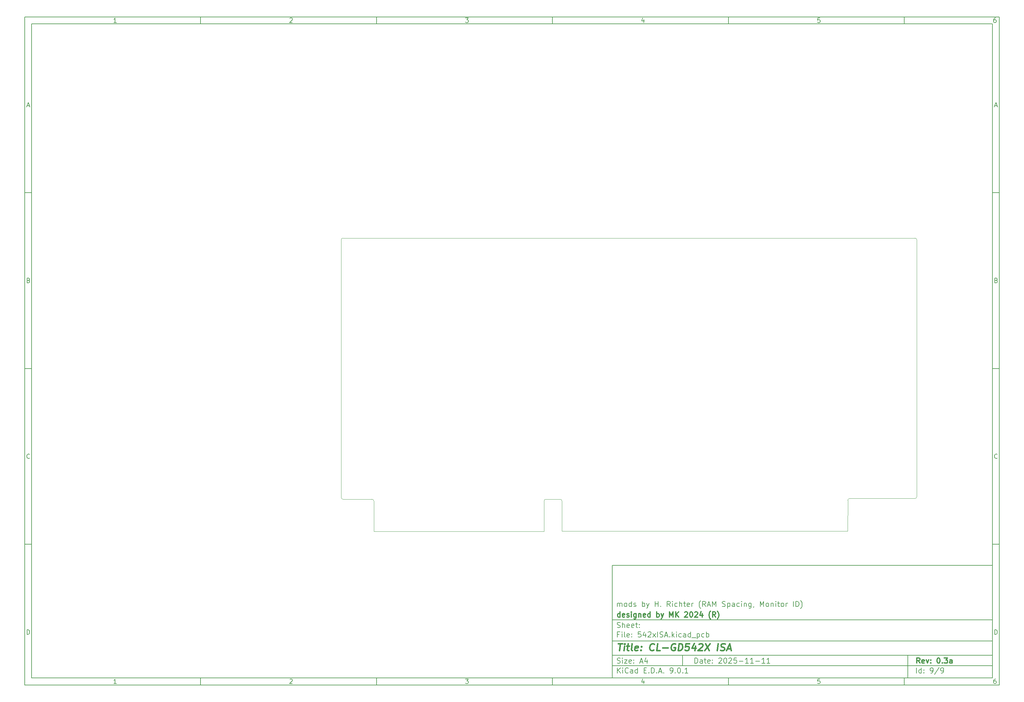
<source format=gm1>
%TF.GenerationSoftware,KiCad,Pcbnew,9.0.1*%
%TF.CreationDate,2025-11-11T13:16:59+01:00*%
%TF.ProjectId,542xISA,35343278-4953-4412-9e6b-696361645f70,0.3a*%
%TF.SameCoordinates,Original*%
%TF.FileFunction,Profile,NP*%
%FSLAX46Y46*%
G04 Gerber Fmt 4.6, Leading zero omitted, Abs format (unit mm)*
G04 Created by KiCad (PCBNEW 9.0.1) date 2025-11-11 13:16:59*
%MOMM*%
%LPD*%
G01*
G04 APERTURE LIST*
%ADD10C,0.100000*%
%ADD11C,0.150000*%
%ADD12C,0.300000*%
%ADD13C,0.400000*%
%TA.AperFunction,Profile*%
%ADD14C,0.050000*%
%TD*%
G04 APERTURE END LIST*
D10*
D11*
X177002200Y-166007200D02*
X285002200Y-166007200D01*
X285002200Y-198007200D01*
X177002200Y-198007200D01*
X177002200Y-166007200D01*
D10*
D11*
X10000000Y-10000000D02*
X287002200Y-10000000D01*
X287002200Y-200007200D01*
X10000000Y-200007200D01*
X10000000Y-10000000D01*
D10*
D11*
X12000000Y-12000000D02*
X285002200Y-12000000D01*
X285002200Y-198007200D01*
X12000000Y-198007200D01*
X12000000Y-12000000D01*
D10*
D11*
X60000000Y-12000000D02*
X60000000Y-10000000D01*
D10*
D11*
X110000000Y-12000000D02*
X110000000Y-10000000D01*
D10*
D11*
X160000000Y-12000000D02*
X160000000Y-10000000D01*
D10*
D11*
X210000000Y-12000000D02*
X210000000Y-10000000D01*
D10*
D11*
X260000000Y-12000000D02*
X260000000Y-10000000D01*
D10*
D11*
X36089160Y-11593604D02*
X35346303Y-11593604D01*
X35717731Y-11593604D02*
X35717731Y-10293604D01*
X35717731Y-10293604D02*
X35593922Y-10479319D01*
X35593922Y-10479319D02*
X35470112Y-10603128D01*
X35470112Y-10603128D02*
X35346303Y-10665033D01*
D10*
D11*
X85346303Y-10417414D02*
X85408207Y-10355509D01*
X85408207Y-10355509D02*
X85532017Y-10293604D01*
X85532017Y-10293604D02*
X85841541Y-10293604D01*
X85841541Y-10293604D02*
X85965350Y-10355509D01*
X85965350Y-10355509D02*
X86027255Y-10417414D01*
X86027255Y-10417414D02*
X86089160Y-10541223D01*
X86089160Y-10541223D02*
X86089160Y-10665033D01*
X86089160Y-10665033D02*
X86027255Y-10850747D01*
X86027255Y-10850747D02*
X85284398Y-11593604D01*
X85284398Y-11593604D02*
X86089160Y-11593604D01*
D10*
D11*
X135284398Y-10293604D02*
X136089160Y-10293604D01*
X136089160Y-10293604D02*
X135655826Y-10788842D01*
X135655826Y-10788842D02*
X135841541Y-10788842D01*
X135841541Y-10788842D02*
X135965350Y-10850747D01*
X135965350Y-10850747D02*
X136027255Y-10912652D01*
X136027255Y-10912652D02*
X136089160Y-11036461D01*
X136089160Y-11036461D02*
X136089160Y-11345985D01*
X136089160Y-11345985D02*
X136027255Y-11469795D01*
X136027255Y-11469795D02*
X135965350Y-11531700D01*
X135965350Y-11531700D02*
X135841541Y-11593604D01*
X135841541Y-11593604D02*
X135470112Y-11593604D01*
X135470112Y-11593604D02*
X135346303Y-11531700D01*
X135346303Y-11531700D02*
X135284398Y-11469795D01*
D10*
D11*
X185965350Y-10726938D02*
X185965350Y-11593604D01*
X185655826Y-10231700D02*
X185346303Y-11160271D01*
X185346303Y-11160271D02*
X186151064Y-11160271D01*
D10*
D11*
X236027255Y-10293604D02*
X235408207Y-10293604D01*
X235408207Y-10293604D02*
X235346303Y-10912652D01*
X235346303Y-10912652D02*
X235408207Y-10850747D01*
X235408207Y-10850747D02*
X235532017Y-10788842D01*
X235532017Y-10788842D02*
X235841541Y-10788842D01*
X235841541Y-10788842D02*
X235965350Y-10850747D01*
X235965350Y-10850747D02*
X236027255Y-10912652D01*
X236027255Y-10912652D02*
X236089160Y-11036461D01*
X236089160Y-11036461D02*
X236089160Y-11345985D01*
X236089160Y-11345985D02*
X236027255Y-11469795D01*
X236027255Y-11469795D02*
X235965350Y-11531700D01*
X235965350Y-11531700D02*
X235841541Y-11593604D01*
X235841541Y-11593604D02*
X235532017Y-11593604D01*
X235532017Y-11593604D02*
X235408207Y-11531700D01*
X235408207Y-11531700D02*
X235346303Y-11469795D01*
D10*
D11*
X285965350Y-10293604D02*
X285717731Y-10293604D01*
X285717731Y-10293604D02*
X285593922Y-10355509D01*
X285593922Y-10355509D02*
X285532017Y-10417414D01*
X285532017Y-10417414D02*
X285408207Y-10603128D01*
X285408207Y-10603128D02*
X285346303Y-10850747D01*
X285346303Y-10850747D02*
X285346303Y-11345985D01*
X285346303Y-11345985D02*
X285408207Y-11469795D01*
X285408207Y-11469795D02*
X285470112Y-11531700D01*
X285470112Y-11531700D02*
X285593922Y-11593604D01*
X285593922Y-11593604D02*
X285841541Y-11593604D01*
X285841541Y-11593604D02*
X285965350Y-11531700D01*
X285965350Y-11531700D02*
X286027255Y-11469795D01*
X286027255Y-11469795D02*
X286089160Y-11345985D01*
X286089160Y-11345985D02*
X286089160Y-11036461D01*
X286089160Y-11036461D02*
X286027255Y-10912652D01*
X286027255Y-10912652D02*
X285965350Y-10850747D01*
X285965350Y-10850747D02*
X285841541Y-10788842D01*
X285841541Y-10788842D02*
X285593922Y-10788842D01*
X285593922Y-10788842D02*
X285470112Y-10850747D01*
X285470112Y-10850747D02*
X285408207Y-10912652D01*
X285408207Y-10912652D02*
X285346303Y-11036461D01*
D10*
D11*
X60000000Y-198007200D02*
X60000000Y-200007200D01*
D10*
D11*
X110000000Y-198007200D02*
X110000000Y-200007200D01*
D10*
D11*
X160000000Y-198007200D02*
X160000000Y-200007200D01*
D10*
D11*
X210000000Y-198007200D02*
X210000000Y-200007200D01*
D10*
D11*
X260000000Y-198007200D02*
X260000000Y-200007200D01*
D10*
D11*
X36089160Y-199600804D02*
X35346303Y-199600804D01*
X35717731Y-199600804D02*
X35717731Y-198300804D01*
X35717731Y-198300804D02*
X35593922Y-198486519D01*
X35593922Y-198486519D02*
X35470112Y-198610328D01*
X35470112Y-198610328D02*
X35346303Y-198672233D01*
D10*
D11*
X85346303Y-198424614D02*
X85408207Y-198362709D01*
X85408207Y-198362709D02*
X85532017Y-198300804D01*
X85532017Y-198300804D02*
X85841541Y-198300804D01*
X85841541Y-198300804D02*
X85965350Y-198362709D01*
X85965350Y-198362709D02*
X86027255Y-198424614D01*
X86027255Y-198424614D02*
X86089160Y-198548423D01*
X86089160Y-198548423D02*
X86089160Y-198672233D01*
X86089160Y-198672233D02*
X86027255Y-198857947D01*
X86027255Y-198857947D02*
X85284398Y-199600804D01*
X85284398Y-199600804D02*
X86089160Y-199600804D01*
D10*
D11*
X135284398Y-198300804D02*
X136089160Y-198300804D01*
X136089160Y-198300804D02*
X135655826Y-198796042D01*
X135655826Y-198796042D02*
X135841541Y-198796042D01*
X135841541Y-198796042D02*
X135965350Y-198857947D01*
X135965350Y-198857947D02*
X136027255Y-198919852D01*
X136027255Y-198919852D02*
X136089160Y-199043661D01*
X136089160Y-199043661D02*
X136089160Y-199353185D01*
X136089160Y-199353185D02*
X136027255Y-199476995D01*
X136027255Y-199476995D02*
X135965350Y-199538900D01*
X135965350Y-199538900D02*
X135841541Y-199600804D01*
X135841541Y-199600804D02*
X135470112Y-199600804D01*
X135470112Y-199600804D02*
X135346303Y-199538900D01*
X135346303Y-199538900D02*
X135284398Y-199476995D01*
D10*
D11*
X185965350Y-198734138D02*
X185965350Y-199600804D01*
X185655826Y-198238900D02*
X185346303Y-199167471D01*
X185346303Y-199167471D02*
X186151064Y-199167471D01*
D10*
D11*
X236027255Y-198300804D02*
X235408207Y-198300804D01*
X235408207Y-198300804D02*
X235346303Y-198919852D01*
X235346303Y-198919852D02*
X235408207Y-198857947D01*
X235408207Y-198857947D02*
X235532017Y-198796042D01*
X235532017Y-198796042D02*
X235841541Y-198796042D01*
X235841541Y-198796042D02*
X235965350Y-198857947D01*
X235965350Y-198857947D02*
X236027255Y-198919852D01*
X236027255Y-198919852D02*
X236089160Y-199043661D01*
X236089160Y-199043661D02*
X236089160Y-199353185D01*
X236089160Y-199353185D02*
X236027255Y-199476995D01*
X236027255Y-199476995D02*
X235965350Y-199538900D01*
X235965350Y-199538900D02*
X235841541Y-199600804D01*
X235841541Y-199600804D02*
X235532017Y-199600804D01*
X235532017Y-199600804D02*
X235408207Y-199538900D01*
X235408207Y-199538900D02*
X235346303Y-199476995D01*
D10*
D11*
X285965350Y-198300804D02*
X285717731Y-198300804D01*
X285717731Y-198300804D02*
X285593922Y-198362709D01*
X285593922Y-198362709D02*
X285532017Y-198424614D01*
X285532017Y-198424614D02*
X285408207Y-198610328D01*
X285408207Y-198610328D02*
X285346303Y-198857947D01*
X285346303Y-198857947D02*
X285346303Y-199353185D01*
X285346303Y-199353185D02*
X285408207Y-199476995D01*
X285408207Y-199476995D02*
X285470112Y-199538900D01*
X285470112Y-199538900D02*
X285593922Y-199600804D01*
X285593922Y-199600804D02*
X285841541Y-199600804D01*
X285841541Y-199600804D02*
X285965350Y-199538900D01*
X285965350Y-199538900D02*
X286027255Y-199476995D01*
X286027255Y-199476995D02*
X286089160Y-199353185D01*
X286089160Y-199353185D02*
X286089160Y-199043661D01*
X286089160Y-199043661D02*
X286027255Y-198919852D01*
X286027255Y-198919852D02*
X285965350Y-198857947D01*
X285965350Y-198857947D02*
X285841541Y-198796042D01*
X285841541Y-198796042D02*
X285593922Y-198796042D01*
X285593922Y-198796042D02*
X285470112Y-198857947D01*
X285470112Y-198857947D02*
X285408207Y-198919852D01*
X285408207Y-198919852D02*
X285346303Y-199043661D01*
D10*
D11*
X10000000Y-60000000D02*
X12000000Y-60000000D01*
D10*
D11*
X10000000Y-110000000D02*
X12000000Y-110000000D01*
D10*
D11*
X10000000Y-160000000D02*
X12000000Y-160000000D01*
D10*
D11*
X10690476Y-35222176D02*
X11309523Y-35222176D01*
X10566666Y-35593604D02*
X10999999Y-34293604D01*
X10999999Y-34293604D02*
X11433333Y-35593604D01*
D10*
D11*
X11092857Y-84912652D02*
X11278571Y-84974557D01*
X11278571Y-84974557D02*
X11340476Y-85036461D01*
X11340476Y-85036461D02*
X11402380Y-85160271D01*
X11402380Y-85160271D02*
X11402380Y-85345985D01*
X11402380Y-85345985D02*
X11340476Y-85469795D01*
X11340476Y-85469795D02*
X11278571Y-85531700D01*
X11278571Y-85531700D02*
X11154761Y-85593604D01*
X11154761Y-85593604D02*
X10659523Y-85593604D01*
X10659523Y-85593604D02*
X10659523Y-84293604D01*
X10659523Y-84293604D02*
X11092857Y-84293604D01*
X11092857Y-84293604D02*
X11216666Y-84355509D01*
X11216666Y-84355509D02*
X11278571Y-84417414D01*
X11278571Y-84417414D02*
X11340476Y-84541223D01*
X11340476Y-84541223D02*
X11340476Y-84665033D01*
X11340476Y-84665033D02*
X11278571Y-84788842D01*
X11278571Y-84788842D02*
X11216666Y-84850747D01*
X11216666Y-84850747D02*
X11092857Y-84912652D01*
X11092857Y-84912652D02*
X10659523Y-84912652D01*
D10*
D11*
X11402380Y-135469795D02*
X11340476Y-135531700D01*
X11340476Y-135531700D02*
X11154761Y-135593604D01*
X11154761Y-135593604D02*
X11030952Y-135593604D01*
X11030952Y-135593604D02*
X10845238Y-135531700D01*
X10845238Y-135531700D02*
X10721428Y-135407890D01*
X10721428Y-135407890D02*
X10659523Y-135284080D01*
X10659523Y-135284080D02*
X10597619Y-135036461D01*
X10597619Y-135036461D02*
X10597619Y-134850747D01*
X10597619Y-134850747D02*
X10659523Y-134603128D01*
X10659523Y-134603128D02*
X10721428Y-134479319D01*
X10721428Y-134479319D02*
X10845238Y-134355509D01*
X10845238Y-134355509D02*
X11030952Y-134293604D01*
X11030952Y-134293604D02*
X11154761Y-134293604D01*
X11154761Y-134293604D02*
X11340476Y-134355509D01*
X11340476Y-134355509D02*
X11402380Y-134417414D01*
D10*
D11*
X10659523Y-185593604D02*
X10659523Y-184293604D01*
X10659523Y-184293604D02*
X10969047Y-184293604D01*
X10969047Y-184293604D02*
X11154761Y-184355509D01*
X11154761Y-184355509D02*
X11278571Y-184479319D01*
X11278571Y-184479319D02*
X11340476Y-184603128D01*
X11340476Y-184603128D02*
X11402380Y-184850747D01*
X11402380Y-184850747D02*
X11402380Y-185036461D01*
X11402380Y-185036461D02*
X11340476Y-185284080D01*
X11340476Y-185284080D02*
X11278571Y-185407890D01*
X11278571Y-185407890D02*
X11154761Y-185531700D01*
X11154761Y-185531700D02*
X10969047Y-185593604D01*
X10969047Y-185593604D02*
X10659523Y-185593604D01*
D10*
D11*
X287002200Y-60000000D02*
X285002200Y-60000000D01*
D10*
D11*
X287002200Y-110000000D02*
X285002200Y-110000000D01*
D10*
D11*
X287002200Y-160000000D02*
X285002200Y-160000000D01*
D10*
D11*
X285692676Y-35222176D02*
X286311723Y-35222176D01*
X285568866Y-35593604D02*
X286002199Y-34293604D01*
X286002199Y-34293604D02*
X286435533Y-35593604D01*
D10*
D11*
X286095057Y-84912652D02*
X286280771Y-84974557D01*
X286280771Y-84974557D02*
X286342676Y-85036461D01*
X286342676Y-85036461D02*
X286404580Y-85160271D01*
X286404580Y-85160271D02*
X286404580Y-85345985D01*
X286404580Y-85345985D02*
X286342676Y-85469795D01*
X286342676Y-85469795D02*
X286280771Y-85531700D01*
X286280771Y-85531700D02*
X286156961Y-85593604D01*
X286156961Y-85593604D02*
X285661723Y-85593604D01*
X285661723Y-85593604D02*
X285661723Y-84293604D01*
X285661723Y-84293604D02*
X286095057Y-84293604D01*
X286095057Y-84293604D02*
X286218866Y-84355509D01*
X286218866Y-84355509D02*
X286280771Y-84417414D01*
X286280771Y-84417414D02*
X286342676Y-84541223D01*
X286342676Y-84541223D02*
X286342676Y-84665033D01*
X286342676Y-84665033D02*
X286280771Y-84788842D01*
X286280771Y-84788842D02*
X286218866Y-84850747D01*
X286218866Y-84850747D02*
X286095057Y-84912652D01*
X286095057Y-84912652D02*
X285661723Y-84912652D01*
D10*
D11*
X286404580Y-135469795D02*
X286342676Y-135531700D01*
X286342676Y-135531700D02*
X286156961Y-135593604D01*
X286156961Y-135593604D02*
X286033152Y-135593604D01*
X286033152Y-135593604D02*
X285847438Y-135531700D01*
X285847438Y-135531700D02*
X285723628Y-135407890D01*
X285723628Y-135407890D02*
X285661723Y-135284080D01*
X285661723Y-135284080D02*
X285599819Y-135036461D01*
X285599819Y-135036461D02*
X285599819Y-134850747D01*
X285599819Y-134850747D02*
X285661723Y-134603128D01*
X285661723Y-134603128D02*
X285723628Y-134479319D01*
X285723628Y-134479319D02*
X285847438Y-134355509D01*
X285847438Y-134355509D02*
X286033152Y-134293604D01*
X286033152Y-134293604D02*
X286156961Y-134293604D01*
X286156961Y-134293604D02*
X286342676Y-134355509D01*
X286342676Y-134355509D02*
X286404580Y-134417414D01*
D10*
D11*
X285661723Y-185593604D02*
X285661723Y-184293604D01*
X285661723Y-184293604D02*
X285971247Y-184293604D01*
X285971247Y-184293604D02*
X286156961Y-184355509D01*
X286156961Y-184355509D02*
X286280771Y-184479319D01*
X286280771Y-184479319D02*
X286342676Y-184603128D01*
X286342676Y-184603128D02*
X286404580Y-184850747D01*
X286404580Y-184850747D02*
X286404580Y-185036461D01*
X286404580Y-185036461D02*
X286342676Y-185284080D01*
X286342676Y-185284080D02*
X286280771Y-185407890D01*
X286280771Y-185407890D02*
X286156961Y-185531700D01*
X286156961Y-185531700D02*
X285971247Y-185593604D01*
X285971247Y-185593604D02*
X285661723Y-185593604D01*
D10*
D11*
X200458026Y-193793328D02*
X200458026Y-192293328D01*
X200458026Y-192293328D02*
X200815169Y-192293328D01*
X200815169Y-192293328D02*
X201029455Y-192364757D01*
X201029455Y-192364757D02*
X201172312Y-192507614D01*
X201172312Y-192507614D02*
X201243741Y-192650471D01*
X201243741Y-192650471D02*
X201315169Y-192936185D01*
X201315169Y-192936185D02*
X201315169Y-193150471D01*
X201315169Y-193150471D02*
X201243741Y-193436185D01*
X201243741Y-193436185D02*
X201172312Y-193579042D01*
X201172312Y-193579042D02*
X201029455Y-193721900D01*
X201029455Y-193721900D02*
X200815169Y-193793328D01*
X200815169Y-193793328D02*
X200458026Y-193793328D01*
X202600884Y-193793328D02*
X202600884Y-193007614D01*
X202600884Y-193007614D02*
X202529455Y-192864757D01*
X202529455Y-192864757D02*
X202386598Y-192793328D01*
X202386598Y-192793328D02*
X202100884Y-192793328D01*
X202100884Y-192793328D02*
X201958026Y-192864757D01*
X202600884Y-193721900D02*
X202458026Y-193793328D01*
X202458026Y-193793328D02*
X202100884Y-193793328D01*
X202100884Y-193793328D02*
X201958026Y-193721900D01*
X201958026Y-193721900D02*
X201886598Y-193579042D01*
X201886598Y-193579042D02*
X201886598Y-193436185D01*
X201886598Y-193436185D02*
X201958026Y-193293328D01*
X201958026Y-193293328D02*
X202100884Y-193221900D01*
X202100884Y-193221900D02*
X202458026Y-193221900D01*
X202458026Y-193221900D02*
X202600884Y-193150471D01*
X203100884Y-192793328D02*
X203672312Y-192793328D01*
X203315169Y-192293328D02*
X203315169Y-193579042D01*
X203315169Y-193579042D02*
X203386598Y-193721900D01*
X203386598Y-193721900D02*
X203529455Y-193793328D01*
X203529455Y-193793328D02*
X203672312Y-193793328D01*
X204743741Y-193721900D02*
X204600884Y-193793328D01*
X204600884Y-193793328D02*
X204315170Y-193793328D01*
X204315170Y-193793328D02*
X204172312Y-193721900D01*
X204172312Y-193721900D02*
X204100884Y-193579042D01*
X204100884Y-193579042D02*
X204100884Y-193007614D01*
X204100884Y-193007614D02*
X204172312Y-192864757D01*
X204172312Y-192864757D02*
X204315170Y-192793328D01*
X204315170Y-192793328D02*
X204600884Y-192793328D01*
X204600884Y-192793328D02*
X204743741Y-192864757D01*
X204743741Y-192864757D02*
X204815170Y-193007614D01*
X204815170Y-193007614D02*
X204815170Y-193150471D01*
X204815170Y-193150471D02*
X204100884Y-193293328D01*
X205458026Y-193650471D02*
X205529455Y-193721900D01*
X205529455Y-193721900D02*
X205458026Y-193793328D01*
X205458026Y-193793328D02*
X205386598Y-193721900D01*
X205386598Y-193721900D02*
X205458026Y-193650471D01*
X205458026Y-193650471D02*
X205458026Y-193793328D01*
X205458026Y-192864757D02*
X205529455Y-192936185D01*
X205529455Y-192936185D02*
X205458026Y-193007614D01*
X205458026Y-193007614D02*
X205386598Y-192936185D01*
X205386598Y-192936185D02*
X205458026Y-192864757D01*
X205458026Y-192864757D02*
X205458026Y-193007614D01*
X207243741Y-192436185D02*
X207315169Y-192364757D01*
X207315169Y-192364757D02*
X207458027Y-192293328D01*
X207458027Y-192293328D02*
X207815169Y-192293328D01*
X207815169Y-192293328D02*
X207958027Y-192364757D01*
X207958027Y-192364757D02*
X208029455Y-192436185D01*
X208029455Y-192436185D02*
X208100884Y-192579042D01*
X208100884Y-192579042D02*
X208100884Y-192721900D01*
X208100884Y-192721900D02*
X208029455Y-192936185D01*
X208029455Y-192936185D02*
X207172312Y-193793328D01*
X207172312Y-193793328D02*
X208100884Y-193793328D01*
X209029455Y-192293328D02*
X209172312Y-192293328D01*
X209172312Y-192293328D02*
X209315169Y-192364757D01*
X209315169Y-192364757D02*
X209386598Y-192436185D01*
X209386598Y-192436185D02*
X209458026Y-192579042D01*
X209458026Y-192579042D02*
X209529455Y-192864757D01*
X209529455Y-192864757D02*
X209529455Y-193221900D01*
X209529455Y-193221900D02*
X209458026Y-193507614D01*
X209458026Y-193507614D02*
X209386598Y-193650471D01*
X209386598Y-193650471D02*
X209315169Y-193721900D01*
X209315169Y-193721900D02*
X209172312Y-193793328D01*
X209172312Y-193793328D02*
X209029455Y-193793328D01*
X209029455Y-193793328D02*
X208886598Y-193721900D01*
X208886598Y-193721900D02*
X208815169Y-193650471D01*
X208815169Y-193650471D02*
X208743740Y-193507614D01*
X208743740Y-193507614D02*
X208672312Y-193221900D01*
X208672312Y-193221900D02*
X208672312Y-192864757D01*
X208672312Y-192864757D02*
X208743740Y-192579042D01*
X208743740Y-192579042D02*
X208815169Y-192436185D01*
X208815169Y-192436185D02*
X208886598Y-192364757D01*
X208886598Y-192364757D02*
X209029455Y-192293328D01*
X210100883Y-192436185D02*
X210172311Y-192364757D01*
X210172311Y-192364757D02*
X210315169Y-192293328D01*
X210315169Y-192293328D02*
X210672311Y-192293328D01*
X210672311Y-192293328D02*
X210815169Y-192364757D01*
X210815169Y-192364757D02*
X210886597Y-192436185D01*
X210886597Y-192436185D02*
X210958026Y-192579042D01*
X210958026Y-192579042D02*
X210958026Y-192721900D01*
X210958026Y-192721900D02*
X210886597Y-192936185D01*
X210886597Y-192936185D02*
X210029454Y-193793328D01*
X210029454Y-193793328D02*
X210958026Y-193793328D01*
X212315168Y-192293328D02*
X211600882Y-192293328D01*
X211600882Y-192293328D02*
X211529454Y-193007614D01*
X211529454Y-193007614D02*
X211600882Y-192936185D01*
X211600882Y-192936185D02*
X211743740Y-192864757D01*
X211743740Y-192864757D02*
X212100882Y-192864757D01*
X212100882Y-192864757D02*
X212243740Y-192936185D01*
X212243740Y-192936185D02*
X212315168Y-193007614D01*
X212315168Y-193007614D02*
X212386597Y-193150471D01*
X212386597Y-193150471D02*
X212386597Y-193507614D01*
X212386597Y-193507614D02*
X212315168Y-193650471D01*
X212315168Y-193650471D02*
X212243740Y-193721900D01*
X212243740Y-193721900D02*
X212100882Y-193793328D01*
X212100882Y-193793328D02*
X211743740Y-193793328D01*
X211743740Y-193793328D02*
X211600882Y-193721900D01*
X211600882Y-193721900D02*
X211529454Y-193650471D01*
X213029453Y-193221900D02*
X214172311Y-193221900D01*
X215672311Y-193793328D02*
X214815168Y-193793328D01*
X215243739Y-193793328D02*
X215243739Y-192293328D01*
X215243739Y-192293328D02*
X215100882Y-192507614D01*
X215100882Y-192507614D02*
X214958025Y-192650471D01*
X214958025Y-192650471D02*
X214815168Y-192721900D01*
X217100882Y-193793328D02*
X216243739Y-193793328D01*
X216672310Y-193793328D02*
X216672310Y-192293328D01*
X216672310Y-192293328D02*
X216529453Y-192507614D01*
X216529453Y-192507614D02*
X216386596Y-192650471D01*
X216386596Y-192650471D02*
X216243739Y-192721900D01*
X217743738Y-193221900D02*
X218886596Y-193221900D01*
X220386596Y-193793328D02*
X219529453Y-193793328D01*
X219958024Y-193793328D02*
X219958024Y-192293328D01*
X219958024Y-192293328D02*
X219815167Y-192507614D01*
X219815167Y-192507614D02*
X219672310Y-192650471D01*
X219672310Y-192650471D02*
X219529453Y-192721900D01*
X221815167Y-193793328D02*
X220958024Y-193793328D01*
X221386595Y-193793328D02*
X221386595Y-192293328D01*
X221386595Y-192293328D02*
X221243738Y-192507614D01*
X221243738Y-192507614D02*
X221100881Y-192650471D01*
X221100881Y-192650471D02*
X220958024Y-192721900D01*
D10*
D11*
X177002200Y-194507200D02*
X285002200Y-194507200D01*
D10*
D11*
X178458026Y-196593328D02*
X178458026Y-195093328D01*
X179315169Y-196593328D02*
X178672312Y-195736185D01*
X179315169Y-195093328D02*
X178458026Y-195950471D01*
X179958026Y-196593328D02*
X179958026Y-195593328D01*
X179958026Y-195093328D02*
X179886598Y-195164757D01*
X179886598Y-195164757D02*
X179958026Y-195236185D01*
X179958026Y-195236185D02*
X180029455Y-195164757D01*
X180029455Y-195164757D02*
X179958026Y-195093328D01*
X179958026Y-195093328D02*
X179958026Y-195236185D01*
X181529455Y-196450471D02*
X181458027Y-196521900D01*
X181458027Y-196521900D02*
X181243741Y-196593328D01*
X181243741Y-196593328D02*
X181100884Y-196593328D01*
X181100884Y-196593328D02*
X180886598Y-196521900D01*
X180886598Y-196521900D02*
X180743741Y-196379042D01*
X180743741Y-196379042D02*
X180672312Y-196236185D01*
X180672312Y-196236185D02*
X180600884Y-195950471D01*
X180600884Y-195950471D02*
X180600884Y-195736185D01*
X180600884Y-195736185D02*
X180672312Y-195450471D01*
X180672312Y-195450471D02*
X180743741Y-195307614D01*
X180743741Y-195307614D02*
X180886598Y-195164757D01*
X180886598Y-195164757D02*
X181100884Y-195093328D01*
X181100884Y-195093328D02*
X181243741Y-195093328D01*
X181243741Y-195093328D02*
X181458027Y-195164757D01*
X181458027Y-195164757D02*
X181529455Y-195236185D01*
X182815170Y-196593328D02*
X182815170Y-195807614D01*
X182815170Y-195807614D02*
X182743741Y-195664757D01*
X182743741Y-195664757D02*
X182600884Y-195593328D01*
X182600884Y-195593328D02*
X182315170Y-195593328D01*
X182315170Y-195593328D02*
X182172312Y-195664757D01*
X182815170Y-196521900D02*
X182672312Y-196593328D01*
X182672312Y-196593328D02*
X182315170Y-196593328D01*
X182315170Y-196593328D02*
X182172312Y-196521900D01*
X182172312Y-196521900D02*
X182100884Y-196379042D01*
X182100884Y-196379042D02*
X182100884Y-196236185D01*
X182100884Y-196236185D02*
X182172312Y-196093328D01*
X182172312Y-196093328D02*
X182315170Y-196021900D01*
X182315170Y-196021900D02*
X182672312Y-196021900D01*
X182672312Y-196021900D02*
X182815170Y-195950471D01*
X184172313Y-196593328D02*
X184172313Y-195093328D01*
X184172313Y-196521900D02*
X184029455Y-196593328D01*
X184029455Y-196593328D02*
X183743741Y-196593328D01*
X183743741Y-196593328D02*
X183600884Y-196521900D01*
X183600884Y-196521900D02*
X183529455Y-196450471D01*
X183529455Y-196450471D02*
X183458027Y-196307614D01*
X183458027Y-196307614D02*
X183458027Y-195879042D01*
X183458027Y-195879042D02*
X183529455Y-195736185D01*
X183529455Y-195736185D02*
X183600884Y-195664757D01*
X183600884Y-195664757D02*
X183743741Y-195593328D01*
X183743741Y-195593328D02*
X184029455Y-195593328D01*
X184029455Y-195593328D02*
X184172313Y-195664757D01*
X186029455Y-195807614D02*
X186529455Y-195807614D01*
X186743741Y-196593328D02*
X186029455Y-196593328D01*
X186029455Y-196593328D02*
X186029455Y-195093328D01*
X186029455Y-195093328D02*
X186743741Y-195093328D01*
X187386598Y-196450471D02*
X187458027Y-196521900D01*
X187458027Y-196521900D02*
X187386598Y-196593328D01*
X187386598Y-196593328D02*
X187315170Y-196521900D01*
X187315170Y-196521900D02*
X187386598Y-196450471D01*
X187386598Y-196450471D02*
X187386598Y-196593328D01*
X188100884Y-196593328D02*
X188100884Y-195093328D01*
X188100884Y-195093328D02*
X188458027Y-195093328D01*
X188458027Y-195093328D02*
X188672313Y-195164757D01*
X188672313Y-195164757D02*
X188815170Y-195307614D01*
X188815170Y-195307614D02*
X188886599Y-195450471D01*
X188886599Y-195450471D02*
X188958027Y-195736185D01*
X188958027Y-195736185D02*
X188958027Y-195950471D01*
X188958027Y-195950471D02*
X188886599Y-196236185D01*
X188886599Y-196236185D02*
X188815170Y-196379042D01*
X188815170Y-196379042D02*
X188672313Y-196521900D01*
X188672313Y-196521900D02*
X188458027Y-196593328D01*
X188458027Y-196593328D02*
X188100884Y-196593328D01*
X189600884Y-196450471D02*
X189672313Y-196521900D01*
X189672313Y-196521900D02*
X189600884Y-196593328D01*
X189600884Y-196593328D02*
X189529456Y-196521900D01*
X189529456Y-196521900D02*
X189600884Y-196450471D01*
X189600884Y-196450471D02*
X189600884Y-196593328D01*
X190243742Y-196164757D02*
X190958028Y-196164757D01*
X190100885Y-196593328D02*
X190600885Y-195093328D01*
X190600885Y-195093328D02*
X191100885Y-196593328D01*
X191600884Y-196450471D02*
X191672313Y-196521900D01*
X191672313Y-196521900D02*
X191600884Y-196593328D01*
X191600884Y-196593328D02*
X191529456Y-196521900D01*
X191529456Y-196521900D02*
X191600884Y-196450471D01*
X191600884Y-196450471D02*
X191600884Y-196593328D01*
X193529456Y-196593328D02*
X193815170Y-196593328D01*
X193815170Y-196593328D02*
X193958027Y-196521900D01*
X193958027Y-196521900D02*
X194029456Y-196450471D01*
X194029456Y-196450471D02*
X194172313Y-196236185D01*
X194172313Y-196236185D02*
X194243742Y-195950471D01*
X194243742Y-195950471D02*
X194243742Y-195379042D01*
X194243742Y-195379042D02*
X194172313Y-195236185D01*
X194172313Y-195236185D02*
X194100885Y-195164757D01*
X194100885Y-195164757D02*
X193958027Y-195093328D01*
X193958027Y-195093328D02*
X193672313Y-195093328D01*
X193672313Y-195093328D02*
X193529456Y-195164757D01*
X193529456Y-195164757D02*
X193458027Y-195236185D01*
X193458027Y-195236185D02*
X193386599Y-195379042D01*
X193386599Y-195379042D02*
X193386599Y-195736185D01*
X193386599Y-195736185D02*
X193458027Y-195879042D01*
X193458027Y-195879042D02*
X193529456Y-195950471D01*
X193529456Y-195950471D02*
X193672313Y-196021900D01*
X193672313Y-196021900D02*
X193958027Y-196021900D01*
X193958027Y-196021900D02*
X194100885Y-195950471D01*
X194100885Y-195950471D02*
X194172313Y-195879042D01*
X194172313Y-195879042D02*
X194243742Y-195736185D01*
X194886598Y-196450471D02*
X194958027Y-196521900D01*
X194958027Y-196521900D02*
X194886598Y-196593328D01*
X194886598Y-196593328D02*
X194815170Y-196521900D01*
X194815170Y-196521900D02*
X194886598Y-196450471D01*
X194886598Y-196450471D02*
X194886598Y-196593328D01*
X195886599Y-195093328D02*
X196029456Y-195093328D01*
X196029456Y-195093328D02*
X196172313Y-195164757D01*
X196172313Y-195164757D02*
X196243742Y-195236185D01*
X196243742Y-195236185D02*
X196315170Y-195379042D01*
X196315170Y-195379042D02*
X196386599Y-195664757D01*
X196386599Y-195664757D02*
X196386599Y-196021900D01*
X196386599Y-196021900D02*
X196315170Y-196307614D01*
X196315170Y-196307614D02*
X196243742Y-196450471D01*
X196243742Y-196450471D02*
X196172313Y-196521900D01*
X196172313Y-196521900D02*
X196029456Y-196593328D01*
X196029456Y-196593328D02*
X195886599Y-196593328D01*
X195886599Y-196593328D02*
X195743742Y-196521900D01*
X195743742Y-196521900D02*
X195672313Y-196450471D01*
X195672313Y-196450471D02*
X195600884Y-196307614D01*
X195600884Y-196307614D02*
X195529456Y-196021900D01*
X195529456Y-196021900D02*
X195529456Y-195664757D01*
X195529456Y-195664757D02*
X195600884Y-195379042D01*
X195600884Y-195379042D02*
X195672313Y-195236185D01*
X195672313Y-195236185D02*
X195743742Y-195164757D01*
X195743742Y-195164757D02*
X195886599Y-195093328D01*
X197029455Y-196450471D02*
X197100884Y-196521900D01*
X197100884Y-196521900D02*
X197029455Y-196593328D01*
X197029455Y-196593328D02*
X196958027Y-196521900D01*
X196958027Y-196521900D02*
X197029455Y-196450471D01*
X197029455Y-196450471D02*
X197029455Y-196593328D01*
X198529456Y-196593328D02*
X197672313Y-196593328D01*
X198100884Y-196593328D02*
X198100884Y-195093328D01*
X198100884Y-195093328D02*
X197958027Y-195307614D01*
X197958027Y-195307614D02*
X197815170Y-195450471D01*
X197815170Y-195450471D02*
X197672313Y-195521900D01*
D10*
D11*
X177002200Y-191507200D02*
X285002200Y-191507200D01*
D10*
D12*
X264413853Y-193785528D02*
X263913853Y-193071242D01*
X263556710Y-193785528D02*
X263556710Y-192285528D01*
X263556710Y-192285528D02*
X264128139Y-192285528D01*
X264128139Y-192285528D02*
X264270996Y-192356957D01*
X264270996Y-192356957D02*
X264342425Y-192428385D01*
X264342425Y-192428385D02*
X264413853Y-192571242D01*
X264413853Y-192571242D02*
X264413853Y-192785528D01*
X264413853Y-192785528D02*
X264342425Y-192928385D01*
X264342425Y-192928385D02*
X264270996Y-192999814D01*
X264270996Y-192999814D02*
X264128139Y-193071242D01*
X264128139Y-193071242D02*
X263556710Y-193071242D01*
X265628139Y-193714100D02*
X265485282Y-193785528D01*
X265485282Y-193785528D02*
X265199568Y-193785528D01*
X265199568Y-193785528D02*
X265056710Y-193714100D01*
X265056710Y-193714100D02*
X264985282Y-193571242D01*
X264985282Y-193571242D02*
X264985282Y-192999814D01*
X264985282Y-192999814D02*
X265056710Y-192856957D01*
X265056710Y-192856957D02*
X265199568Y-192785528D01*
X265199568Y-192785528D02*
X265485282Y-192785528D01*
X265485282Y-192785528D02*
X265628139Y-192856957D01*
X265628139Y-192856957D02*
X265699568Y-192999814D01*
X265699568Y-192999814D02*
X265699568Y-193142671D01*
X265699568Y-193142671D02*
X264985282Y-193285528D01*
X266199567Y-192785528D02*
X266556710Y-193785528D01*
X266556710Y-193785528D02*
X266913853Y-192785528D01*
X267485281Y-193642671D02*
X267556710Y-193714100D01*
X267556710Y-193714100D02*
X267485281Y-193785528D01*
X267485281Y-193785528D02*
X267413853Y-193714100D01*
X267413853Y-193714100D02*
X267485281Y-193642671D01*
X267485281Y-193642671D02*
X267485281Y-193785528D01*
X267485281Y-192856957D02*
X267556710Y-192928385D01*
X267556710Y-192928385D02*
X267485281Y-192999814D01*
X267485281Y-192999814D02*
X267413853Y-192928385D01*
X267413853Y-192928385D02*
X267485281Y-192856957D01*
X267485281Y-192856957D02*
X267485281Y-192999814D01*
X269628139Y-192285528D02*
X269770996Y-192285528D01*
X269770996Y-192285528D02*
X269913853Y-192356957D01*
X269913853Y-192356957D02*
X269985282Y-192428385D01*
X269985282Y-192428385D02*
X270056710Y-192571242D01*
X270056710Y-192571242D02*
X270128139Y-192856957D01*
X270128139Y-192856957D02*
X270128139Y-193214100D01*
X270128139Y-193214100D02*
X270056710Y-193499814D01*
X270056710Y-193499814D02*
X269985282Y-193642671D01*
X269985282Y-193642671D02*
X269913853Y-193714100D01*
X269913853Y-193714100D02*
X269770996Y-193785528D01*
X269770996Y-193785528D02*
X269628139Y-193785528D01*
X269628139Y-193785528D02*
X269485282Y-193714100D01*
X269485282Y-193714100D02*
X269413853Y-193642671D01*
X269413853Y-193642671D02*
X269342424Y-193499814D01*
X269342424Y-193499814D02*
X269270996Y-193214100D01*
X269270996Y-193214100D02*
X269270996Y-192856957D01*
X269270996Y-192856957D02*
X269342424Y-192571242D01*
X269342424Y-192571242D02*
X269413853Y-192428385D01*
X269413853Y-192428385D02*
X269485282Y-192356957D01*
X269485282Y-192356957D02*
X269628139Y-192285528D01*
X270770995Y-193642671D02*
X270842424Y-193714100D01*
X270842424Y-193714100D02*
X270770995Y-193785528D01*
X270770995Y-193785528D02*
X270699567Y-193714100D01*
X270699567Y-193714100D02*
X270770995Y-193642671D01*
X270770995Y-193642671D02*
X270770995Y-193785528D01*
X271342424Y-192285528D02*
X272270996Y-192285528D01*
X272270996Y-192285528D02*
X271770996Y-192856957D01*
X271770996Y-192856957D02*
X271985281Y-192856957D01*
X271985281Y-192856957D02*
X272128139Y-192928385D01*
X272128139Y-192928385D02*
X272199567Y-192999814D01*
X272199567Y-192999814D02*
X272270996Y-193142671D01*
X272270996Y-193142671D02*
X272270996Y-193499814D01*
X272270996Y-193499814D02*
X272199567Y-193642671D01*
X272199567Y-193642671D02*
X272128139Y-193714100D01*
X272128139Y-193714100D02*
X271985281Y-193785528D01*
X271985281Y-193785528D02*
X271556710Y-193785528D01*
X271556710Y-193785528D02*
X271413853Y-193714100D01*
X271413853Y-193714100D02*
X271342424Y-193642671D01*
X273556710Y-193785528D02*
X273556710Y-192999814D01*
X273556710Y-192999814D02*
X273485281Y-192856957D01*
X273485281Y-192856957D02*
X273342424Y-192785528D01*
X273342424Y-192785528D02*
X273056710Y-192785528D01*
X273056710Y-192785528D02*
X272913852Y-192856957D01*
X273556710Y-193714100D02*
X273413852Y-193785528D01*
X273413852Y-193785528D02*
X273056710Y-193785528D01*
X273056710Y-193785528D02*
X272913852Y-193714100D01*
X272913852Y-193714100D02*
X272842424Y-193571242D01*
X272842424Y-193571242D02*
X272842424Y-193428385D01*
X272842424Y-193428385D02*
X272913852Y-193285528D01*
X272913852Y-193285528D02*
X273056710Y-193214100D01*
X273056710Y-193214100D02*
X273413852Y-193214100D01*
X273413852Y-193214100D02*
X273556710Y-193142671D01*
D10*
D11*
X178386598Y-193721900D02*
X178600884Y-193793328D01*
X178600884Y-193793328D02*
X178958026Y-193793328D01*
X178958026Y-193793328D02*
X179100884Y-193721900D01*
X179100884Y-193721900D02*
X179172312Y-193650471D01*
X179172312Y-193650471D02*
X179243741Y-193507614D01*
X179243741Y-193507614D02*
X179243741Y-193364757D01*
X179243741Y-193364757D02*
X179172312Y-193221900D01*
X179172312Y-193221900D02*
X179100884Y-193150471D01*
X179100884Y-193150471D02*
X178958026Y-193079042D01*
X178958026Y-193079042D02*
X178672312Y-193007614D01*
X178672312Y-193007614D02*
X178529455Y-192936185D01*
X178529455Y-192936185D02*
X178458026Y-192864757D01*
X178458026Y-192864757D02*
X178386598Y-192721900D01*
X178386598Y-192721900D02*
X178386598Y-192579042D01*
X178386598Y-192579042D02*
X178458026Y-192436185D01*
X178458026Y-192436185D02*
X178529455Y-192364757D01*
X178529455Y-192364757D02*
X178672312Y-192293328D01*
X178672312Y-192293328D02*
X179029455Y-192293328D01*
X179029455Y-192293328D02*
X179243741Y-192364757D01*
X179886597Y-193793328D02*
X179886597Y-192793328D01*
X179886597Y-192293328D02*
X179815169Y-192364757D01*
X179815169Y-192364757D02*
X179886597Y-192436185D01*
X179886597Y-192436185D02*
X179958026Y-192364757D01*
X179958026Y-192364757D02*
X179886597Y-192293328D01*
X179886597Y-192293328D02*
X179886597Y-192436185D01*
X180458026Y-192793328D02*
X181243741Y-192793328D01*
X181243741Y-192793328D02*
X180458026Y-193793328D01*
X180458026Y-193793328D02*
X181243741Y-193793328D01*
X182386598Y-193721900D02*
X182243741Y-193793328D01*
X182243741Y-193793328D02*
X181958027Y-193793328D01*
X181958027Y-193793328D02*
X181815169Y-193721900D01*
X181815169Y-193721900D02*
X181743741Y-193579042D01*
X181743741Y-193579042D02*
X181743741Y-193007614D01*
X181743741Y-193007614D02*
X181815169Y-192864757D01*
X181815169Y-192864757D02*
X181958027Y-192793328D01*
X181958027Y-192793328D02*
X182243741Y-192793328D01*
X182243741Y-192793328D02*
X182386598Y-192864757D01*
X182386598Y-192864757D02*
X182458027Y-193007614D01*
X182458027Y-193007614D02*
X182458027Y-193150471D01*
X182458027Y-193150471D02*
X181743741Y-193293328D01*
X183100883Y-193650471D02*
X183172312Y-193721900D01*
X183172312Y-193721900D02*
X183100883Y-193793328D01*
X183100883Y-193793328D02*
X183029455Y-193721900D01*
X183029455Y-193721900D02*
X183100883Y-193650471D01*
X183100883Y-193650471D02*
X183100883Y-193793328D01*
X183100883Y-192864757D02*
X183172312Y-192936185D01*
X183172312Y-192936185D02*
X183100883Y-193007614D01*
X183100883Y-193007614D02*
X183029455Y-192936185D01*
X183029455Y-192936185D02*
X183100883Y-192864757D01*
X183100883Y-192864757D02*
X183100883Y-193007614D01*
X184886598Y-193364757D02*
X185600884Y-193364757D01*
X184743741Y-193793328D02*
X185243741Y-192293328D01*
X185243741Y-192293328D02*
X185743741Y-193793328D01*
X186886598Y-192793328D02*
X186886598Y-193793328D01*
X186529455Y-192221900D02*
X186172312Y-193293328D01*
X186172312Y-193293328D02*
X187100883Y-193293328D01*
D10*
D11*
X263458026Y-196593328D02*
X263458026Y-195093328D01*
X264815170Y-196593328D02*
X264815170Y-195093328D01*
X264815170Y-196521900D02*
X264672312Y-196593328D01*
X264672312Y-196593328D02*
X264386598Y-196593328D01*
X264386598Y-196593328D02*
X264243741Y-196521900D01*
X264243741Y-196521900D02*
X264172312Y-196450471D01*
X264172312Y-196450471D02*
X264100884Y-196307614D01*
X264100884Y-196307614D02*
X264100884Y-195879042D01*
X264100884Y-195879042D02*
X264172312Y-195736185D01*
X264172312Y-195736185D02*
X264243741Y-195664757D01*
X264243741Y-195664757D02*
X264386598Y-195593328D01*
X264386598Y-195593328D02*
X264672312Y-195593328D01*
X264672312Y-195593328D02*
X264815170Y-195664757D01*
X265529455Y-196450471D02*
X265600884Y-196521900D01*
X265600884Y-196521900D02*
X265529455Y-196593328D01*
X265529455Y-196593328D02*
X265458027Y-196521900D01*
X265458027Y-196521900D02*
X265529455Y-196450471D01*
X265529455Y-196450471D02*
X265529455Y-196593328D01*
X265529455Y-195664757D02*
X265600884Y-195736185D01*
X265600884Y-195736185D02*
X265529455Y-195807614D01*
X265529455Y-195807614D02*
X265458027Y-195736185D01*
X265458027Y-195736185D02*
X265529455Y-195664757D01*
X265529455Y-195664757D02*
X265529455Y-195807614D01*
X267458027Y-196593328D02*
X267743741Y-196593328D01*
X267743741Y-196593328D02*
X267886598Y-196521900D01*
X267886598Y-196521900D02*
X267958027Y-196450471D01*
X267958027Y-196450471D02*
X268100884Y-196236185D01*
X268100884Y-196236185D02*
X268172313Y-195950471D01*
X268172313Y-195950471D02*
X268172313Y-195379042D01*
X268172313Y-195379042D02*
X268100884Y-195236185D01*
X268100884Y-195236185D02*
X268029456Y-195164757D01*
X268029456Y-195164757D02*
X267886598Y-195093328D01*
X267886598Y-195093328D02*
X267600884Y-195093328D01*
X267600884Y-195093328D02*
X267458027Y-195164757D01*
X267458027Y-195164757D02*
X267386598Y-195236185D01*
X267386598Y-195236185D02*
X267315170Y-195379042D01*
X267315170Y-195379042D02*
X267315170Y-195736185D01*
X267315170Y-195736185D02*
X267386598Y-195879042D01*
X267386598Y-195879042D02*
X267458027Y-195950471D01*
X267458027Y-195950471D02*
X267600884Y-196021900D01*
X267600884Y-196021900D02*
X267886598Y-196021900D01*
X267886598Y-196021900D02*
X268029456Y-195950471D01*
X268029456Y-195950471D02*
X268100884Y-195879042D01*
X268100884Y-195879042D02*
X268172313Y-195736185D01*
X269886598Y-195021900D02*
X268600884Y-196950471D01*
X270458027Y-196593328D02*
X270743741Y-196593328D01*
X270743741Y-196593328D02*
X270886598Y-196521900D01*
X270886598Y-196521900D02*
X270958027Y-196450471D01*
X270958027Y-196450471D02*
X271100884Y-196236185D01*
X271100884Y-196236185D02*
X271172313Y-195950471D01*
X271172313Y-195950471D02*
X271172313Y-195379042D01*
X271172313Y-195379042D02*
X271100884Y-195236185D01*
X271100884Y-195236185D02*
X271029456Y-195164757D01*
X271029456Y-195164757D02*
X270886598Y-195093328D01*
X270886598Y-195093328D02*
X270600884Y-195093328D01*
X270600884Y-195093328D02*
X270458027Y-195164757D01*
X270458027Y-195164757D02*
X270386598Y-195236185D01*
X270386598Y-195236185D02*
X270315170Y-195379042D01*
X270315170Y-195379042D02*
X270315170Y-195736185D01*
X270315170Y-195736185D02*
X270386598Y-195879042D01*
X270386598Y-195879042D02*
X270458027Y-195950471D01*
X270458027Y-195950471D02*
X270600884Y-196021900D01*
X270600884Y-196021900D02*
X270886598Y-196021900D01*
X270886598Y-196021900D02*
X271029456Y-195950471D01*
X271029456Y-195950471D02*
X271100884Y-195879042D01*
X271100884Y-195879042D02*
X271172313Y-195736185D01*
D10*
D11*
X177002200Y-187507200D02*
X285002200Y-187507200D01*
D10*
D13*
X178693928Y-188211638D02*
X179836785Y-188211638D01*
X179015357Y-190211638D02*
X179265357Y-188211638D01*
X180253452Y-190211638D02*
X180420119Y-188878304D01*
X180503452Y-188211638D02*
X180396309Y-188306876D01*
X180396309Y-188306876D02*
X180479643Y-188402114D01*
X180479643Y-188402114D02*
X180586786Y-188306876D01*
X180586786Y-188306876D02*
X180503452Y-188211638D01*
X180503452Y-188211638D02*
X180479643Y-188402114D01*
X181086786Y-188878304D02*
X181848690Y-188878304D01*
X181455833Y-188211638D02*
X181241548Y-189925923D01*
X181241548Y-189925923D02*
X181312976Y-190116400D01*
X181312976Y-190116400D02*
X181491548Y-190211638D01*
X181491548Y-190211638D02*
X181682024Y-190211638D01*
X182634405Y-190211638D02*
X182455833Y-190116400D01*
X182455833Y-190116400D02*
X182384405Y-189925923D01*
X182384405Y-189925923D02*
X182598690Y-188211638D01*
X184170119Y-190116400D02*
X183967738Y-190211638D01*
X183967738Y-190211638D02*
X183586785Y-190211638D01*
X183586785Y-190211638D02*
X183408214Y-190116400D01*
X183408214Y-190116400D02*
X183336785Y-189925923D01*
X183336785Y-189925923D02*
X183432024Y-189164019D01*
X183432024Y-189164019D02*
X183551071Y-188973542D01*
X183551071Y-188973542D02*
X183753452Y-188878304D01*
X183753452Y-188878304D02*
X184134404Y-188878304D01*
X184134404Y-188878304D02*
X184312976Y-188973542D01*
X184312976Y-188973542D02*
X184384404Y-189164019D01*
X184384404Y-189164019D02*
X184360595Y-189354495D01*
X184360595Y-189354495D02*
X183384404Y-189544971D01*
X185134405Y-190021161D02*
X185217738Y-190116400D01*
X185217738Y-190116400D02*
X185110595Y-190211638D01*
X185110595Y-190211638D02*
X185027262Y-190116400D01*
X185027262Y-190116400D02*
X185134405Y-190021161D01*
X185134405Y-190021161D02*
X185110595Y-190211638D01*
X185265357Y-188973542D02*
X185348690Y-189068780D01*
X185348690Y-189068780D02*
X185241548Y-189164019D01*
X185241548Y-189164019D02*
X185158214Y-189068780D01*
X185158214Y-189068780D02*
X185265357Y-188973542D01*
X185265357Y-188973542D02*
X185241548Y-189164019D01*
X188753453Y-190021161D02*
X188646310Y-190116400D01*
X188646310Y-190116400D02*
X188348691Y-190211638D01*
X188348691Y-190211638D02*
X188158215Y-190211638D01*
X188158215Y-190211638D02*
X187884405Y-190116400D01*
X187884405Y-190116400D02*
X187717739Y-189925923D01*
X187717739Y-189925923D02*
X187646310Y-189735447D01*
X187646310Y-189735447D02*
X187598691Y-189354495D01*
X187598691Y-189354495D02*
X187634405Y-189068780D01*
X187634405Y-189068780D02*
X187777262Y-188687828D01*
X187777262Y-188687828D02*
X187896310Y-188497352D01*
X187896310Y-188497352D02*
X188110596Y-188306876D01*
X188110596Y-188306876D02*
X188408215Y-188211638D01*
X188408215Y-188211638D02*
X188598691Y-188211638D01*
X188598691Y-188211638D02*
X188872501Y-188306876D01*
X188872501Y-188306876D02*
X188955834Y-188402114D01*
X190539167Y-190211638D02*
X189586786Y-190211638D01*
X189586786Y-190211638D02*
X189836786Y-188211638D01*
X191301072Y-189449733D02*
X192824882Y-189449733D01*
X194967739Y-188306876D02*
X194789167Y-188211638D01*
X194789167Y-188211638D02*
X194503453Y-188211638D01*
X194503453Y-188211638D02*
X194205834Y-188306876D01*
X194205834Y-188306876D02*
X193991548Y-188497352D01*
X193991548Y-188497352D02*
X193872500Y-188687828D01*
X193872500Y-188687828D02*
X193729643Y-189068780D01*
X193729643Y-189068780D02*
X193693929Y-189354495D01*
X193693929Y-189354495D02*
X193741548Y-189735447D01*
X193741548Y-189735447D02*
X193812977Y-189925923D01*
X193812977Y-189925923D02*
X193979643Y-190116400D01*
X193979643Y-190116400D02*
X194253453Y-190211638D01*
X194253453Y-190211638D02*
X194443929Y-190211638D01*
X194443929Y-190211638D02*
X194741548Y-190116400D01*
X194741548Y-190116400D02*
X194848691Y-190021161D01*
X194848691Y-190021161D02*
X194932024Y-189354495D01*
X194932024Y-189354495D02*
X194551072Y-189354495D01*
X195682024Y-190211638D02*
X195932024Y-188211638D01*
X195932024Y-188211638D02*
X196408215Y-188211638D01*
X196408215Y-188211638D02*
X196682024Y-188306876D01*
X196682024Y-188306876D02*
X196848691Y-188497352D01*
X196848691Y-188497352D02*
X196920119Y-188687828D01*
X196920119Y-188687828D02*
X196967739Y-189068780D01*
X196967739Y-189068780D02*
X196932024Y-189354495D01*
X196932024Y-189354495D02*
X196789167Y-189735447D01*
X196789167Y-189735447D02*
X196670119Y-189925923D01*
X196670119Y-189925923D02*
X196455834Y-190116400D01*
X196455834Y-190116400D02*
X196158215Y-190211638D01*
X196158215Y-190211638D02*
X195682024Y-190211638D01*
X198884405Y-188211638D02*
X197932024Y-188211638D01*
X197932024Y-188211638D02*
X197717739Y-189164019D01*
X197717739Y-189164019D02*
X197824881Y-189068780D01*
X197824881Y-189068780D02*
X198027262Y-188973542D01*
X198027262Y-188973542D02*
X198503453Y-188973542D01*
X198503453Y-188973542D02*
X198682024Y-189068780D01*
X198682024Y-189068780D02*
X198765358Y-189164019D01*
X198765358Y-189164019D02*
X198836786Y-189354495D01*
X198836786Y-189354495D02*
X198777262Y-189830685D01*
X198777262Y-189830685D02*
X198658215Y-190021161D01*
X198658215Y-190021161D02*
X198551072Y-190116400D01*
X198551072Y-190116400D02*
X198348691Y-190211638D01*
X198348691Y-190211638D02*
X197872500Y-190211638D01*
X197872500Y-190211638D02*
X197693929Y-190116400D01*
X197693929Y-190116400D02*
X197610596Y-190021161D01*
X200610596Y-188878304D02*
X200443929Y-190211638D01*
X200229643Y-188116400D02*
X199574881Y-189544971D01*
X199574881Y-189544971D02*
X200812977Y-189544971D01*
X201622501Y-188402114D02*
X201729643Y-188306876D01*
X201729643Y-188306876D02*
X201932024Y-188211638D01*
X201932024Y-188211638D02*
X202408215Y-188211638D01*
X202408215Y-188211638D02*
X202586786Y-188306876D01*
X202586786Y-188306876D02*
X202670120Y-188402114D01*
X202670120Y-188402114D02*
X202741548Y-188592590D01*
X202741548Y-188592590D02*
X202717739Y-188783066D01*
X202717739Y-188783066D02*
X202586786Y-189068780D01*
X202586786Y-189068780D02*
X201301072Y-190211638D01*
X201301072Y-190211638D02*
X202539167Y-190211638D01*
X203455834Y-188211638D02*
X204539167Y-190211638D01*
X204789167Y-188211638D02*
X203205834Y-190211638D01*
X206824882Y-190211638D02*
X207074882Y-188211638D01*
X207693930Y-190116400D02*
X207967739Y-190211638D01*
X207967739Y-190211638D02*
X208443930Y-190211638D01*
X208443930Y-190211638D02*
X208646311Y-190116400D01*
X208646311Y-190116400D02*
X208753454Y-190021161D01*
X208753454Y-190021161D02*
X208872501Y-189830685D01*
X208872501Y-189830685D02*
X208896311Y-189640209D01*
X208896311Y-189640209D02*
X208824882Y-189449733D01*
X208824882Y-189449733D02*
X208741549Y-189354495D01*
X208741549Y-189354495D02*
X208562978Y-189259257D01*
X208562978Y-189259257D02*
X208193930Y-189164019D01*
X208193930Y-189164019D02*
X208015358Y-189068780D01*
X208015358Y-189068780D02*
X207932025Y-188973542D01*
X207932025Y-188973542D02*
X207860597Y-188783066D01*
X207860597Y-188783066D02*
X207884406Y-188592590D01*
X207884406Y-188592590D02*
X208003454Y-188402114D01*
X208003454Y-188402114D02*
X208110597Y-188306876D01*
X208110597Y-188306876D02*
X208312978Y-188211638D01*
X208312978Y-188211638D02*
X208789168Y-188211638D01*
X208789168Y-188211638D02*
X209062978Y-188306876D01*
X209658216Y-189640209D02*
X210610597Y-189640209D01*
X209396311Y-190211638D02*
X210312978Y-188211638D01*
X210312978Y-188211638D02*
X210729644Y-190211638D01*
D10*
D11*
X178958026Y-185607614D02*
X178458026Y-185607614D01*
X178458026Y-186393328D02*
X178458026Y-184893328D01*
X178458026Y-184893328D02*
X179172312Y-184893328D01*
X179743740Y-186393328D02*
X179743740Y-185393328D01*
X179743740Y-184893328D02*
X179672312Y-184964757D01*
X179672312Y-184964757D02*
X179743740Y-185036185D01*
X179743740Y-185036185D02*
X179815169Y-184964757D01*
X179815169Y-184964757D02*
X179743740Y-184893328D01*
X179743740Y-184893328D02*
X179743740Y-185036185D01*
X180672312Y-186393328D02*
X180529455Y-186321900D01*
X180529455Y-186321900D02*
X180458026Y-186179042D01*
X180458026Y-186179042D02*
X180458026Y-184893328D01*
X181815169Y-186321900D02*
X181672312Y-186393328D01*
X181672312Y-186393328D02*
X181386598Y-186393328D01*
X181386598Y-186393328D02*
X181243740Y-186321900D01*
X181243740Y-186321900D02*
X181172312Y-186179042D01*
X181172312Y-186179042D02*
X181172312Y-185607614D01*
X181172312Y-185607614D02*
X181243740Y-185464757D01*
X181243740Y-185464757D02*
X181386598Y-185393328D01*
X181386598Y-185393328D02*
X181672312Y-185393328D01*
X181672312Y-185393328D02*
X181815169Y-185464757D01*
X181815169Y-185464757D02*
X181886598Y-185607614D01*
X181886598Y-185607614D02*
X181886598Y-185750471D01*
X181886598Y-185750471D02*
X181172312Y-185893328D01*
X182529454Y-186250471D02*
X182600883Y-186321900D01*
X182600883Y-186321900D02*
X182529454Y-186393328D01*
X182529454Y-186393328D02*
X182458026Y-186321900D01*
X182458026Y-186321900D02*
X182529454Y-186250471D01*
X182529454Y-186250471D02*
X182529454Y-186393328D01*
X182529454Y-185464757D02*
X182600883Y-185536185D01*
X182600883Y-185536185D02*
X182529454Y-185607614D01*
X182529454Y-185607614D02*
X182458026Y-185536185D01*
X182458026Y-185536185D02*
X182529454Y-185464757D01*
X182529454Y-185464757D02*
X182529454Y-185607614D01*
X185100883Y-184893328D02*
X184386597Y-184893328D01*
X184386597Y-184893328D02*
X184315169Y-185607614D01*
X184315169Y-185607614D02*
X184386597Y-185536185D01*
X184386597Y-185536185D02*
X184529455Y-185464757D01*
X184529455Y-185464757D02*
X184886597Y-185464757D01*
X184886597Y-185464757D02*
X185029455Y-185536185D01*
X185029455Y-185536185D02*
X185100883Y-185607614D01*
X185100883Y-185607614D02*
X185172312Y-185750471D01*
X185172312Y-185750471D02*
X185172312Y-186107614D01*
X185172312Y-186107614D02*
X185100883Y-186250471D01*
X185100883Y-186250471D02*
X185029455Y-186321900D01*
X185029455Y-186321900D02*
X184886597Y-186393328D01*
X184886597Y-186393328D02*
X184529455Y-186393328D01*
X184529455Y-186393328D02*
X184386597Y-186321900D01*
X184386597Y-186321900D02*
X184315169Y-186250471D01*
X186458026Y-185393328D02*
X186458026Y-186393328D01*
X186100883Y-184821900D02*
X185743740Y-185893328D01*
X185743740Y-185893328D02*
X186672311Y-185893328D01*
X187172311Y-185036185D02*
X187243739Y-184964757D01*
X187243739Y-184964757D02*
X187386597Y-184893328D01*
X187386597Y-184893328D02*
X187743739Y-184893328D01*
X187743739Y-184893328D02*
X187886597Y-184964757D01*
X187886597Y-184964757D02*
X187958025Y-185036185D01*
X187958025Y-185036185D02*
X188029454Y-185179042D01*
X188029454Y-185179042D02*
X188029454Y-185321900D01*
X188029454Y-185321900D02*
X187958025Y-185536185D01*
X187958025Y-185536185D02*
X187100882Y-186393328D01*
X187100882Y-186393328D02*
X188029454Y-186393328D01*
X188529453Y-186393328D02*
X189315168Y-185393328D01*
X188529453Y-185393328D02*
X189315168Y-186393328D01*
X189886596Y-186393328D02*
X189886596Y-184893328D01*
X190529454Y-186321900D02*
X190743740Y-186393328D01*
X190743740Y-186393328D02*
X191100882Y-186393328D01*
X191100882Y-186393328D02*
X191243740Y-186321900D01*
X191243740Y-186321900D02*
X191315168Y-186250471D01*
X191315168Y-186250471D02*
X191386597Y-186107614D01*
X191386597Y-186107614D02*
X191386597Y-185964757D01*
X191386597Y-185964757D02*
X191315168Y-185821900D01*
X191315168Y-185821900D02*
X191243740Y-185750471D01*
X191243740Y-185750471D02*
X191100882Y-185679042D01*
X191100882Y-185679042D02*
X190815168Y-185607614D01*
X190815168Y-185607614D02*
X190672311Y-185536185D01*
X190672311Y-185536185D02*
X190600882Y-185464757D01*
X190600882Y-185464757D02*
X190529454Y-185321900D01*
X190529454Y-185321900D02*
X190529454Y-185179042D01*
X190529454Y-185179042D02*
X190600882Y-185036185D01*
X190600882Y-185036185D02*
X190672311Y-184964757D01*
X190672311Y-184964757D02*
X190815168Y-184893328D01*
X190815168Y-184893328D02*
X191172311Y-184893328D01*
X191172311Y-184893328D02*
X191386597Y-184964757D01*
X191958025Y-185964757D02*
X192672311Y-185964757D01*
X191815168Y-186393328D02*
X192315168Y-184893328D01*
X192315168Y-184893328D02*
X192815168Y-186393328D01*
X193315167Y-186250471D02*
X193386596Y-186321900D01*
X193386596Y-186321900D02*
X193315167Y-186393328D01*
X193315167Y-186393328D02*
X193243739Y-186321900D01*
X193243739Y-186321900D02*
X193315167Y-186250471D01*
X193315167Y-186250471D02*
X193315167Y-186393328D01*
X194029453Y-186393328D02*
X194029453Y-184893328D01*
X194172311Y-185821900D02*
X194600882Y-186393328D01*
X194600882Y-185393328D02*
X194029453Y-185964757D01*
X195243739Y-186393328D02*
X195243739Y-185393328D01*
X195243739Y-184893328D02*
X195172311Y-184964757D01*
X195172311Y-184964757D02*
X195243739Y-185036185D01*
X195243739Y-185036185D02*
X195315168Y-184964757D01*
X195315168Y-184964757D02*
X195243739Y-184893328D01*
X195243739Y-184893328D02*
X195243739Y-185036185D01*
X196600883Y-186321900D02*
X196458025Y-186393328D01*
X196458025Y-186393328D02*
X196172311Y-186393328D01*
X196172311Y-186393328D02*
X196029454Y-186321900D01*
X196029454Y-186321900D02*
X195958025Y-186250471D01*
X195958025Y-186250471D02*
X195886597Y-186107614D01*
X195886597Y-186107614D02*
X195886597Y-185679042D01*
X195886597Y-185679042D02*
X195958025Y-185536185D01*
X195958025Y-185536185D02*
X196029454Y-185464757D01*
X196029454Y-185464757D02*
X196172311Y-185393328D01*
X196172311Y-185393328D02*
X196458025Y-185393328D01*
X196458025Y-185393328D02*
X196600883Y-185464757D01*
X197886597Y-186393328D02*
X197886597Y-185607614D01*
X197886597Y-185607614D02*
X197815168Y-185464757D01*
X197815168Y-185464757D02*
X197672311Y-185393328D01*
X197672311Y-185393328D02*
X197386597Y-185393328D01*
X197386597Y-185393328D02*
X197243739Y-185464757D01*
X197886597Y-186321900D02*
X197743739Y-186393328D01*
X197743739Y-186393328D02*
X197386597Y-186393328D01*
X197386597Y-186393328D02*
X197243739Y-186321900D01*
X197243739Y-186321900D02*
X197172311Y-186179042D01*
X197172311Y-186179042D02*
X197172311Y-186036185D01*
X197172311Y-186036185D02*
X197243739Y-185893328D01*
X197243739Y-185893328D02*
X197386597Y-185821900D01*
X197386597Y-185821900D02*
X197743739Y-185821900D01*
X197743739Y-185821900D02*
X197886597Y-185750471D01*
X199243740Y-186393328D02*
X199243740Y-184893328D01*
X199243740Y-186321900D02*
X199100882Y-186393328D01*
X199100882Y-186393328D02*
X198815168Y-186393328D01*
X198815168Y-186393328D02*
X198672311Y-186321900D01*
X198672311Y-186321900D02*
X198600882Y-186250471D01*
X198600882Y-186250471D02*
X198529454Y-186107614D01*
X198529454Y-186107614D02*
X198529454Y-185679042D01*
X198529454Y-185679042D02*
X198600882Y-185536185D01*
X198600882Y-185536185D02*
X198672311Y-185464757D01*
X198672311Y-185464757D02*
X198815168Y-185393328D01*
X198815168Y-185393328D02*
X199100882Y-185393328D01*
X199100882Y-185393328D02*
X199243740Y-185464757D01*
X199600883Y-186536185D02*
X200743740Y-186536185D01*
X201100882Y-185393328D02*
X201100882Y-186893328D01*
X201100882Y-185464757D02*
X201243740Y-185393328D01*
X201243740Y-185393328D02*
X201529454Y-185393328D01*
X201529454Y-185393328D02*
X201672311Y-185464757D01*
X201672311Y-185464757D02*
X201743740Y-185536185D01*
X201743740Y-185536185D02*
X201815168Y-185679042D01*
X201815168Y-185679042D02*
X201815168Y-186107614D01*
X201815168Y-186107614D02*
X201743740Y-186250471D01*
X201743740Y-186250471D02*
X201672311Y-186321900D01*
X201672311Y-186321900D02*
X201529454Y-186393328D01*
X201529454Y-186393328D02*
X201243740Y-186393328D01*
X201243740Y-186393328D02*
X201100882Y-186321900D01*
X203100883Y-186321900D02*
X202958025Y-186393328D01*
X202958025Y-186393328D02*
X202672311Y-186393328D01*
X202672311Y-186393328D02*
X202529454Y-186321900D01*
X202529454Y-186321900D02*
X202458025Y-186250471D01*
X202458025Y-186250471D02*
X202386597Y-186107614D01*
X202386597Y-186107614D02*
X202386597Y-185679042D01*
X202386597Y-185679042D02*
X202458025Y-185536185D01*
X202458025Y-185536185D02*
X202529454Y-185464757D01*
X202529454Y-185464757D02*
X202672311Y-185393328D01*
X202672311Y-185393328D02*
X202958025Y-185393328D01*
X202958025Y-185393328D02*
X203100883Y-185464757D01*
X203743739Y-186393328D02*
X203743739Y-184893328D01*
X203743739Y-185464757D02*
X203886597Y-185393328D01*
X203886597Y-185393328D02*
X204172311Y-185393328D01*
X204172311Y-185393328D02*
X204315168Y-185464757D01*
X204315168Y-185464757D02*
X204386597Y-185536185D01*
X204386597Y-185536185D02*
X204458025Y-185679042D01*
X204458025Y-185679042D02*
X204458025Y-186107614D01*
X204458025Y-186107614D02*
X204386597Y-186250471D01*
X204386597Y-186250471D02*
X204315168Y-186321900D01*
X204315168Y-186321900D02*
X204172311Y-186393328D01*
X204172311Y-186393328D02*
X203886597Y-186393328D01*
X203886597Y-186393328D02*
X203743739Y-186321900D01*
D10*
D11*
X177002200Y-181507200D02*
X285002200Y-181507200D01*
D10*
D11*
X178386598Y-183621900D02*
X178600884Y-183693328D01*
X178600884Y-183693328D02*
X178958026Y-183693328D01*
X178958026Y-183693328D02*
X179100884Y-183621900D01*
X179100884Y-183621900D02*
X179172312Y-183550471D01*
X179172312Y-183550471D02*
X179243741Y-183407614D01*
X179243741Y-183407614D02*
X179243741Y-183264757D01*
X179243741Y-183264757D02*
X179172312Y-183121900D01*
X179172312Y-183121900D02*
X179100884Y-183050471D01*
X179100884Y-183050471D02*
X178958026Y-182979042D01*
X178958026Y-182979042D02*
X178672312Y-182907614D01*
X178672312Y-182907614D02*
X178529455Y-182836185D01*
X178529455Y-182836185D02*
X178458026Y-182764757D01*
X178458026Y-182764757D02*
X178386598Y-182621900D01*
X178386598Y-182621900D02*
X178386598Y-182479042D01*
X178386598Y-182479042D02*
X178458026Y-182336185D01*
X178458026Y-182336185D02*
X178529455Y-182264757D01*
X178529455Y-182264757D02*
X178672312Y-182193328D01*
X178672312Y-182193328D02*
X179029455Y-182193328D01*
X179029455Y-182193328D02*
X179243741Y-182264757D01*
X179886597Y-183693328D02*
X179886597Y-182193328D01*
X180529455Y-183693328D02*
X180529455Y-182907614D01*
X180529455Y-182907614D02*
X180458026Y-182764757D01*
X180458026Y-182764757D02*
X180315169Y-182693328D01*
X180315169Y-182693328D02*
X180100883Y-182693328D01*
X180100883Y-182693328D02*
X179958026Y-182764757D01*
X179958026Y-182764757D02*
X179886597Y-182836185D01*
X181815169Y-183621900D02*
X181672312Y-183693328D01*
X181672312Y-183693328D02*
X181386598Y-183693328D01*
X181386598Y-183693328D02*
X181243740Y-183621900D01*
X181243740Y-183621900D02*
X181172312Y-183479042D01*
X181172312Y-183479042D02*
X181172312Y-182907614D01*
X181172312Y-182907614D02*
X181243740Y-182764757D01*
X181243740Y-182764757D02*
X181386598Y-182693328D01*
X181386598Y-182693328D02*
X181672312Y-182693328D01*
X181672312Y-182693328D02*
X181815169Y-182764757D01*
X181815169Y-182764757D02*
X181886598Y-182907614D01*
X181886598Y-182907614D02*
X181886598Y-183050471D01*
X181886598Y-183050471D02*
X181172312Y-183193328D01*
X183100883Y-183621900D02*
X182958026Y-183693328D01*
X182958026Y-183693328D02*
X182672312Y-183693328D01*
X182672312Y-183693328D02*
X182529454Y-183621900D01*
X182529454Y-183621900D02*
X182458026Y-183479042D01*
X182458026Y-183479042D02*
X182458026Y-182907614D01*
X182458026Y-182907614D02*
X182529454Y-182764757D01*
X182529454Y-182764757D02*
X182672312Y-182693328D01*
X182672312Y-182693328D02*
X182958026Y-182693328D01*
X182958026Y-182693328D02*
X183100883Y-182764757D01*
X183100883Y-182764757D02*
X183172312Y-182907614D01*
X183172312Y-182907614D02*
X183172312Y-183050471D01*
X183172312Y-183050471D02*
X182458026Y-183193328D01*
X183600883Y-182693328D02*
X184172311Y-182693328D01*
X183815168Y-182193328D02*
X183815168Y-183479042D01*
X183815168Y-183479042D02*
X183886597Y-183621900D01*
X183886597Y-183621900D02*
X184029454Y-183693328D01*
X184029454Y-183693328D02*
X184172311Y-183693328D01*
X184672311Y-183550471D02*
X184743740Y-183621900D01*
X184743740Y-183621900D02*
X184672311Y-183693328D01*
X184672311Y-183693328D02*
X184600883Y-183621900D01*
X184600883Y-183621900D02*
X184672311Y-183550471D01*
X184672311Y-183550471D02*
X184672311Y-183693328D01*
X184672311Y-182764757D02*
X184743740Y-182836185D01*
X184743740Y-182836185D02*
X184672311Y-182907614D01*
X184672311Y-182907614D02*
X184600883Y-182836185D01*
X184600883Y-182836185D02*
X184672311Y-182764757D01*
X184672311Y-182764757D02*
X184672311Y-182907614D01*
D10*
D12*
X179199568Y-180685528D02*
X179199568Y-179185528D01*
X179199568Y-180614100D02*
X179056710Y-180685528D01*
X179056710Y-180685528D02*
X178770996Y-180685528D01*
X178770996Y-180685528D02*
X178628139Y-180614100D01*
X178628139Y-180614100D02*
X178556710Y-180542671D01*
X178556710Y-180542671D02*
X178485282Y-180399814D01*
X178485282Y-180399814D02*
X178485282Y-179971242D01*
X178485282Y-179971242D02*
X178556710Y-179828385D01*
X178556710Y-179828385D02*
X178628139Y-179756957D01*
X178628139Y-179756957D02*
X178770996Y-179685528D01*
X178770996Y-179685528D02*
X179056710Y-179685528D01*
X179056710Y-179685528D02*
X179199568Y-179756957D01*
X180485282Y-180614100D02*
X180342425Y-180685528D01*
X180342425Y-180685528D02*
X180056711Y-180685528D01*
X180056711Y-180685528D02*
X179913853Y-180614100D01*
X179913853Y-180614100D02*
X179842425Y-180471242D01*
X179842425Y-180471242D02*
X179842425Y-179899814D01*
X179842425Y-179899814D02*
X179913853Y-179756957D01*
X179913853Y-179756957D02*
X180056711Y-179685528D01*
X180056711Y-179685528D02*
X180342425Y-179685528D01*
X180342425Y-179685528D02*
X180485282Y-179756957D01*
X180485282Y-179756957D02*
X180556711Y-179899814D01*
X180556711Y-179899814D02*
X180556711Y-180042671D01*
X180556711Y-180042671D02*
X179842425Y-180185528D01*
X181128139Y-180614100D02*
X181270996Y-180685528D01*
X181270996Y-180685528D02*
X181556710Y-180685528D01*
X181556710Y-180685528D02*
X181699567Y-180614100D01*
X181699567Y-180614100D02*
X181770996Y-180471242D01*
X181770996Y-180471242D02*
X181770996Y-180399814D01*
X181770996Y-180399814D02*
X181699567Y-180256957D01*
X181699567Y-180256957D02*
X181556710Y-180185528D01*
X181556710Y-180185528D02*
X181342425Y-180185528D01*
X181342425Y-180185528D02*
X181199567Y-180114100D01*
X181199567Y-180114100D02*
X181128139Y-179971242D01*
X181128139Y-179971242D02*
X181128139Y-179899814D01*
X181128139Y-179899814D02*
X181199567Y-179756957D01*
X181199567Y-179756957D02*
X181342425Y-179685528D01*
X181342425Y-179685528D02*
X181556710Y-179685528D01*
X181556710Y-179685528D02*
X181699567Y-179756957D01*
X182413853Y-180685528D02*
X182413853Y-179685528D01*
X182413853Y-179185528D02*
X182342425Y-179256957D01*
X182342425Y-179256957D02*
X182413853Y-179328385D01*
X182413853Y-179328385D02*
X182485282Y-179256957D01*
X182485282Y-179256957D02*
X182413853Y-179185528D01*
X182413853Y-179185528D02*
X182413853Y-179328385D01*
X183770997Y-179685528D02*
X183770997Y-180899814D01*
X183770997Y-180899814D02*
X183699568Y-181042671D01*
X183699568Y-181042671D02*
X183628139Y-181114100D01*
X183628139Y-181114100D02*
X183485282Y-181185528D01*
X183485282Y-181185528D02*
X183270997Y-181185528D01*
X183270997Y-181185528D02*
X183128139Y-181114100D01*
X183770997Y-180614100D02*
X183628139Y-180685528D01*
X183628139Y-180685528D02*
X183342425Y-180685528D01*
X183342425Y-180685528D02*
X183199568Y-180614100D01*
X183199568Y-180614100D02*
X183128139Y-180542671D01*
X183128139Y-180542671D02*
X183056711Y-180399814D01*
X183056711Y-180399814D02*
X183056711Y-179971242D01*
X183056711Y-179971242D02*
X183128139Y-179828385D01*
X183128139Y-179828385D02*
X183199568Y-179756957D01*
X183199568Y-179756957D02*
X183342425Y-179685528D01*
X183342425Y-179685528D02*
X183628139Y-179685528D01*
X183628139Y-179685528D02*
X183770997Y-179756957D01*
X184485282Y-179685528D02*
X184485282Y-180685528D01*
X184485282Y-179828385D02*
X184556711Y-179756957D01*
X184556711Y-179756957D02*
X184699568Y-179685528D01*
X184699568Y-179685528D02*
X184913854Y-179685528D01*
X184913854Y-179685528D02*
X185056711Y-179756957D01*
X185056711Y-179756957D02*
X185128140Y-179899814D01*
X185128140Y-179899814D02*
X185128140Y-180685528D01*
X186413854Y-180614100D02*
X186270997Y-180685528D01*
X186270997Y-180685528D02*
X185985283Y-180685528D01*
X185985283Y-180685528D02*
X185842425Y-180614100D01*
X185842425Y-180614100D02*
X185770997Y-180471242D01*
X185770997Y-180471242D02*
X185770997Y-179899814D01*
X185770997Y-179899814D02*
X185842425Y-179756957D01*
X185842425Y-179756957D02*
X185985283Y-179685528D01*
X185985283Y-179685528D02*
X186270997Y-179685528D01*
X186270997Y-179685528D02*
X186413854Y-179756957D01*
X186413854Y-179756957D02*
X186485283Y-179899814D01*
X186485283Y-179899814D02*
X186485283Y-180042671D01*
X186485283Y-180042671D02*
X185770997Y-180185528D01*
X187770997Y-180685528D02*
X187770997Y-179185528D01*
X187770997Y-180614100D02*
X187628139Y-180685528D01*
X187628139Y-180685528D02*
X187342425Y-180685528D01*
X187342425Y-180685528D02*
X187199568Y-180614100D01*
X187199568Y-180614100D02*
X187128139Y-180542671D01*
X187128139Y-180542671D02*
X187056711Y-180399814D01*
X187056711Y-180399814D02*
X187056711Y-179971242D01*
X187056711Y-179971242D02*
X187128139Y-179828385D01*
X187128139Y-179828385D02*
X187199568Y-179756957D01*
X187199568Y-179756957D02*
X187342425Y-179685528D01*
X187342425Y-179685528D02*
X187628139Y-179685528D01*
X187628139Y-179685528D02*
X187770997Y-179756957D01*
X189628139Y-180685528D02*
X189628139Y-179185528D01*
X189628139Y-179756957D02*
X189770997Y-179685528D01*
X189770997Y-179685528D02*
X190056711Y-179685528D01*
X190056711Y-179685528D02*
X190199568Y-179756957D01*
X190199568Y-179756957D02*
X190270997Y-179828385D01*
X190270997Y-179828385D02*
X190342425Y-179971242D01*
X190342425Y-179971242D02*
X190342425Y-180399814D01*
X190342425Y-180399814D02*
X190270997Y-180542671D01*
X190270997Y-180542671D02*
X190199568Y-180614100D01*
X190199568Y-180614100D02*
X190056711Y-180685528D01*
X190056711Y-180685528D02*
X189770997Y-180685528D01*
X189770997Y-180685528D02*
X189628139Y-180614100D01*
X190842425Y-179685528D02*
X191199568Y-180685528D01*
X191556711Y-179685528D02*
X191199568Y-180685528D01*
X191199568Y-180685528D02*
X191056711Y-181042671D01*
X191056711Y-181042671D02*
X190985282Y-181114100D01*
X190985282Y-181114100D02*
X190842425Y-181185528D01*
X193270996Y-180685528D02*
X193270996Y-179185528D01*
X193270996Y-179185528D02*
X193770996Y-180256957D01*
X193770996Y-180256957D02*
X194270996Y-179185528D01*
X194270996Y-179185528D02*
X194270996Y-180685528D01*
X194985282Y-180685528D02*
X194985282Y-179185528D01*
X195842425Y-180685528D02*
X195199568Y-179828385D01*
X195842425Y-179185528D02*
X194985282Y-180042671D01*
X197556711Y-179328385D02*
X197628139Y-179256957D01*
X197628139Y-179256957D02*
X197770997Y-179185528D01*
X197770997Y-179185528D02*
X198128139Y-179185528D01*
X198128139Y-179185528D02*
X198270997Y-179256957D01*
X198270997Y-179256957D02*
X198342425Y-179328385D01*
X198342425Y-179328385D02*
X198413854Y-179471242D01*
X198413854Y-179471242D02*
X198413854Y-179614100D01*
X198413854Y-179614100D02*
X198342425Y-179828385D01*
X198342425Y-179828385D02*
X197485282Y-180685528D01*
X197485282Y-180685528D02*
X198413854Y-180685528D01*
X199342425Y-179185528D02*
X199485282Y-179185528D01*
X199485282Y-179185528D02*
X199628139Y-179256957D01*
X199628139Y-179256957D02*
X199699568Y-179328385D01*
X199699568Y-179328385D02*
X199770996Y-179471242D01*
X199770996Y-179471242D02*
X199842425Y-179756957D01*
X199842425Y-179756957D02*
X199842425Y-180114100D01*
X199842425Y-180114100D02*
X199770996Y-180399814D01*
X199770996Y-180399814D02*
X199699568Y-180542671D01*
X199699568Y-180542671D02*
X199628139Y-180614100D01*
X199628139Y-180614100D02*
X199485282Y-180685528D01*
X199485282Y-180685528D02*
X199342425Y-180685528D01*
X199342425Y-180685528D02*
X199199568Y-180614100D01*
X199199568Y-180614100D02*
X199128139Y-180542671D01*
X199128139Y-180542671D02*
X199056710Y-180399814D01*
X199056710Y-180399814D02*
X198985282Y-180114100D01*
X198985282Y-180114100D02*
X198985282Y-179756957D01*
X198985282Y-179756957D02*
X199056710Y-179471242D01*
X199056710Y-179471242D02*
X199128139Y-179328385D01*
X199128139Y-179328385D02*
X199199568Y-179256957D01*
X199199568Y-179256957D02*
X199342425Y-179185528D01*
X200413853Y-179328385D02*
X200485281Y-179256957D01*
X200485281Y-179256957D02*
X200628139Y-179185528D01*
X200628139Y-179185528D02*
X200985281Y-179185528D01*
X200985281Y-179185528D02*
X201128139Y-179256957D01*
X201128139Y-179256957D02*
X201199567Y-179328385D01*
X201199567Y-179328385D02*
X201270996Y-179471242D01*
X201270996Y-179471242D02*
X201270996Y-179614100D01*
X201270996Y-179614100D02*
X201199567Y-179828385D01*
X201199567Y-179828385D02*
X200342424Y-180685528D01*
X200342424Y-180685528D02*
X201270996Y-180685528D01*
X202556710Y-179685528D02*
X202556710Y-180685528D01*
X202199567Y-179114100D02*
X201842424Y-180185528D01*
X201842424Y-180185528D02*
X202770995Y-180185528D01*
X204913852Y-181256957D02*
X204842423Y-181185528D01*
X204842423Y-181185528D02*
X204699566Y-180971242D01*
X204699566Y-180971242D02*
X204628138Y-180828385D01*
X204628138Y-180828385D02*
X204556709Y-180614100D01*
X204556709Y-180614100D02*
X204485280Y-180256957D01*
X204485280Y-180256957D02*
X204485280Y-179971242D01*
X204485280Y-179971242D02*
X204556709Y-179614100D01*
X204556709Y-179614100D02*
X204628138Y-179399814D01*
X204628138Y-179399814D02*
X204699566Y-179256957D01*
X204699566Y-179256957D02*
X204842423Y-179042671D01*
X204842423Y-179042671D02*
X204913852Y-178971242D01*
X206342423Y-180685528D02*
X205842423Y-179971242D01*
X205485280Y-180685528D02*
X205485280Y-179185528D01*
X205485280Y-179185528D02*
X206056709Y-179185528D01*
X206056709Y-179185528D02*
X206199566Y-179256957D01*
X206199566Y-179256957D02*
X206270995Y-179328385D01*
X206270995Y-179328385D02*
X206342423Y-179471242D01*
X206342423Y-179471242D02*
X206342423Y-179685528D01*
X206342423Y-179685528D02*
X206270995Y-179828385D01*
X206270995Y-179828385D02*
X206199566Y-179899814D01*
X206199566Y-179899814D02*
X206056709Y-179971242D01*
X206056709Y-179971242D02*
X205485280Y-179971242D01*
X206842423Y-181256957D02*
X206913852Y-181185528D01*
X206913852Y-181185528D02*
X207056709Y-180971242D01*
X207056709Y-180971242D02*
X207128138Y-180828385D01*
X207128138Y-180828385D02*
X207199566Y-180614100D01*
X207199566Y-180614100D02*
X207270995Y-180256957D01*
X207270995Y-180256957D02*
X207270995Y-179971242D01*
X207270995Y-179971242D02*
X207199566Y-179614100D01*
X207199566Y-179614100D02*
X207128138Y-179399814D01*
X207128138Y-179399814D02*
X207056709Y-179256957D01*
X207056709Y-179256957D02*
X206913852Y-179042671D01*
X206913852Y-179042671D02*
X206842423Y-178971242D01*
D10*
D11*
X178458026Y-177693328D02*
X178458026Y-176693328D01*
X178458026Y-176836185D02*
X178529455Y-176764757D01*
X178529455Y-176764757D02*
X178672312Y-176693328D01*
X178672312Y-176693328D02*
X178886598Y-176693328D01*
X178886598Y-176693328D02*
X179029455Y-176764757D01*
X179029455Y-176764757D02*
X179100884Y-176907614D01*
X179100884Y-176907614D02*
X179100884Y-177693328D01*
X179100884Y-176907614D02*
X179172312Y-176764757D01*
X179172312Y-176764757D02*
X179315169Y-176693328D01*
X179315169Y-176693328D02*
X179529455Y-176693328D01*
X179529455Y-176693328D02*
X179672312Y-176764757D01*
X179672312Y-176764757D02*
X179743741Y-176907614D01*
X179743741Y-176907614D02*
X179743741Y-177693328D01*
X180672312Y-177693328D02*
X180529455Y-177621900D01*
X180529455Y-177621900D02*
X180458026Y-177550471D01*
X180458026Y-177550471D02*
X180386598Y-177407614D01*
X180386598Y-177407614D02*
X180386598Y-176979042D01*
X180386598Y-176979042D02*
X180458026Y-176836185D01*
X180458026Y-176836185D02*
X180529455Y-176764757D01*
X180529455Y-176764757D02*
X180672312Y-176693328D01*
X180672312Y-176693328D02*
X180886598Y-176693328D01*
X180886598Y-176693328D02*
X181029455Y-176764757D01*
X181029455Y-176764757D02*
X181100884Y-176836185D01*
X181100884Y-176836185D02*
X181172312Y-176979042D01*
X181172312Y-176979042D02*
X181172312Y-177407614D01*
X181172312Y-177407614D02*
X181100884Y-177550471D01*
X181100884Y-177550471D02*
X181029455Y-177621900D01*
X181029455Y-177621900D02*
X180886598Y-177693328D01*
X180886598Y-177693328D02*
X180672312Y-177693328D01*
X182458027Y-177693328D02*
X182458027Y-176193328D01*
X182458027Y-177621900D02*
X182315169Y-177693328D01*
X182315169Y-177693328D02*
X182029455Y-177693328D01*
X182029455Y-177693328D02*
X181886598Y-177621900D01*
X181886598Y-177621900D02*
X181815169Y-177550471D01*
X181815169Y-177550471D02*
X181743741Y-177407614D01*
X181743741Y-177407614D02*
X181743741Y-176979042D01*
X181743741Y-176979042D02*
X181815169Y-176836185D01*
X181815169Y-176836185D02*
X181886598Y-176764757D01*
X181886598Y-176764757D02*
X182029455Y-176693328D01*
X182029455Y-176693328D02*
X182315169Y-176693328D01*
X182315169Y-176693328D02*
X182458027Y-176764757D01*
X183100884Y-177621900D02*
X183243741Y-177693328D01*
X183243741Y-177693328D02*
X183529455Y-177693328D01*
X183529455Y-177693328D02*
X183672312Y-177621900D01*
X183672312Y-177621900D02*
X183743741Y-177479042D01*
X183743741Y-177479042D02*
X183743741Y-177407614D01*
X183743741Y-177407614D02*
X183672312Y-177264757D01*
X183672312Y-177264757D02*
X183529455Y-177193328D01*
X183529455Y-177193328D02*
X183315170Y-177193328D01*
X183315170Y-177193328D02*
X183172312Y-177121900D01*
X183172312Y-177121900D02*
X183100884Y-176979042D01*
X183100884Y-176979042D02*
X183100884Y-176907614D01*
X183100884Y-176907614D02*
X183172312Y-176764757D01*
X183172312Y-176764757D02*
X183315170Y-176693328D01*
X183315170Y-176693328D02*
X183529455Y-176693328D01*
X183529455Y-176693328D02*
X183672312Y-176764757D01*
X185529455Y-177693328D02*
X185529455Y-176193328D01*
X185529455Y-176764757D02*
X185672313Y-176693328D01*
X185672313Y-176693328D02*
X185958027Y-176693328D01*
X185958027Y-176693328D02*
X186100884Y-176764757D01*
X186100884Y-176764757D02*
X186172313Y-176836185D01*
X186172313Y-176836185D02*
X186243741Y-176979042D01*
X186243741Y-176979042D02*
X186243741Y-177407614D01*
X186243741Y-177407614D02*
X186172313Y-177550471D01*
X186172313Y-177550471D02*
X186100884Y-177621900D01*
X186100884Y-177621900D02*
X185958027Y-177693328D01*
X185958027Y-177693328D02*
X185672313Y-177693328D01*
X185672313Y-177693328D02*
X185529455Y-177621900D01*
X186743741Y-176693328D02*
X187100884Y-177693328D01*
X187458027Y-176693328D02*
X187100884Y-177693328D01*
X187100884Y-177693328D02*
X186958027Y-178050471D01*
X186958027Y-178050471D02*
X186886598Y-178121900D01*
X186886598Y-178121900D02*
X186743741Y-178193328D01*
X189172312Y-177693328D02*
X189172312Y-176193328D01*
X189172312Y-176907614D02*
X190029455Y-176907614D01*
X190029455Y-177693328D02*
X190029455Y-176193328D01*
X190743741Y-177550471D02*
X190815170Y-177621900D01*
X190815170Y-177621900D02*
X190743741Y-177693328D01*
X190743741Y-177693328D02*
X190672313Y-177621900D01*
X190672313Y-177621900D02*
X190743741Y-177550471D01*
X190743741Y-177550471D02*
X190743741Y-177693328D01*
X193458027Y-177693328D02*
X192958027Y-176979042D01*
X192600884Y-177693328D02*
X192600884Y-176193328D01*
X192600884Y-176193328D02*
X193172313Y-176193328D01*
X193172313Y-176193328D02*
X193315170Y-176264757D01*
X193315170Y-176264757D02*
X193386599Y-176336185D01*
X193386599Y-176336185D02*
X193458027Y-176479042D01*
X193458027Y-176479042D02*
X193458027Y-176693328D01*
X193458027Y-176693328D02*
X193386599Y-176836185D01*
X193386599Y-176836185D02*
X193315170Y-176907614D01*
X193315170Y-176907614D02*
X193172313Y-176979042D01*
X193172313Y-176979042D02*
X192600884Y-176979042D01*
X194100884Y-177693328D02*
X194100884Y-176693328D01*
X194100884Y-176193328D02*
X194029456Y-176264757D01*
X194029456Y-176264757D02*
X194100884Y-176336185D01*
X194100884Y-176336185D02*
X194172313Y-176264757D01*
X194172313Y-176264757D02*
X194100884Y-176193328D01*
X194100884Y-176193328D02*
X194100884Y-176336185D01*
X195458028Y-177621900D02*
X195315170Y-177693328D01*
X195315170Y-177693328D02*
X195029456Y-177693328D01*
X195029456Y-177693328D02*
X194886599Y-177621900D01*
X194886599Y-177621900D02*
X194815170Y-177550471D01*
X194815170Y-177550471D02*
X194743742Y-177407614D01*
X194743742Y-177407614D02*
X194743742Y-176979042D01*
X194743742Y-176979042D02*
X194815170Y-176836185D01*
X194815170Y-176836185D02*
X194886599Y-176764757D01*
X194886599Y-176764757D02*
X195029456Y-176693328D01*
X195029456Y-176693328D02*
X195315170Y-176693328D01*
X195315170Y-176693328D02*
X195458028Y-176764757D01*
X196100884Y-177693328D02*
X196100884Y-176193328D01*
X196743742Y-177693328D02*
X196743742Y-176907614D01*
X196743742Y-176907614D02*
X196672313Y-176764757D01*
X196672313Y-176764757D02*
X196529456Y-176693328D01*
X196529456Y-176693328D02*
X196315170Y-176693328D01*
X196315170Y-176693328D02*
X196172313Y-176764757D01*
X196172313Y-176764757D02*
X196100884Y-176836185D01*
X197243742Y-176693328D02*
X197815170Y-176693328D01*
X197458027Y-176193328D02*
X197458027Y-177479042D01*
X197458027Y-177479042D02*
X197529456Y-177621900D01*
X197529456Y-177621900D02*
X197672313Y-177693328D01*
X197672313Y-177693328D02*
X197815170Y-177693328D01*
X198886599Y-177621900D02*
X198743742Y-177693328D01*
X198743742Y-177693328D02*
X198458028Y-177693328D01*
X198458028Y-177693328D02*
X198315170Y-177621900D01*
X198315170Y-177621900D02*
X198243742Y-177479042D01*
X198243742Y-177479042D02*
X198243742Y-176907614D01*
X198243742Y-176907614D02*
X198315170Y-176764757D01*
X198315170Y-176764757D02*
X198458028Y-176693328D01*
X198458028Y-176693328D02*
X198743742Y-176693328D01*
X198743742Y-176693328D02*
X198886599Y-176764757D01*
X198886599Y-176764757D02*
X198958028Y-176907614D01*
X198958028Y-176907614D02*
X198958028Y-177050471D01*
X198958028Y-177050471D02*
X198243742Y-177193328D01*
X199600884Y-177693328D02*
X199600884Y-176693328D01*
X199600884Y-176979042D02*
X199672313Y-176836185D01*
X199672313Y-176836185D02*
X199743742Y-176764757D01*
X199743742Y-176764757D02*
X199886599Y-176693328D01*
X199886599Y-176693328D02*
X200029456Y-176693328D01*
X202100884Y-178264757D02*
X202029455Y-178193328D01*
X202029455Y-178193328D02*
X201886598Y-177979042D01*
X201886598Y-177979042D02*
X201815170Y-177836185D01*
X201815170Y-177836185D02*
X201743741Y-177621900D01*
X201743741Y-177621900D02*
X201672312Y-177264757D01*
X201672312Y-177264757D02*
X201672312Y-176979042D01*
X201672312Y-176979042D02*
X201743741Y-176621900D01*
X201743741Y-176621900D02*
X201815170Y-176407614D01*
X201815170Y-176407614D02*
X201886598Y-176264757D01*
X201886598Y-176264757D02*
X202029455Y-176050471D01*
X202029455Y-176050471D02*
X202100884Y-175979042D01*
X203529455Y-177693328D02*
X203029455Y-176979042D01*
X202672312Y-177693328D02*
X202672312Y-176193328D01*
X202672312Y-176193328D02*
X203243741Y-176193328D01*
X203243741Y-176193328D02*
X203386598Y-176264757D01*
X203386598Y-176264757D02*
X203458027Y-176336185D01*
X203458027Y-176336185D02*
X203529455Y-176479042D01*
X203529455Y-176479042D02*
X203529455Y-176693328D01*
X203529455Y-176693328D02*
X203458027Y-176836185D01*
X203458027Y-176836185D02*
X203386598Y-176907614D01*
X203386598Y-176907614D02*
X203243741Y-176979042D01*
X203243741Y-176979042D02*
X202672312Y-176979042D01*
X204100884Y-177264757D02*
X204815170Y-177264757D01*
X203958027Y-177693328D02*
X204458027Y-176193328D01*
X204458027Y-176193328D02*
X204958027Y-177693328D01*
X205458026Y-177693328D02*
X205458026Y-176193328D01*
X205458026Y-176193328D02*
X205958026Y-177264757D01*
X205958026Y-177264757D02*
X206458026Y-176193328D01*
X206458026Y-176193328D02*
X206458026Y-177693328D01*
X208243741Y-177621900D02*
X208458027Y-177693328D01*
X208458027Y-177693328D02*
X208815169Y-177693328D01*
X208815169Y-177693328D02*
X208958027Y-177621900D01*
X208958027Y-177621900D02*
X209029455Y-177550471D01*
X209029455Y-177550471D02*
X209100884Y-177407614D01*
X209100884Y-177407614D02*
X209100884Y-177264757D01*
X209100884Y-177264757D02*
X209029455Y-177121900D01*
X209029455Y-177121900D02*
X208958027Y-177050471D01*
X208958027Y-177050471D02*
X208815169Y-176979042D01*
X208815169Y-176979042D02*
X208529455Y-176907614D01*
X208529455Y-176907614D02*
X208386598Y-176836185D01*
X208386598Y-176836185D02*
X208315169Y-176764757D01*
X208315169Y-176764757D02*
X208243741Y-176621900D01*
X208243741Y-176621900D02*
X208243741Y-176479042D01*
X208243741Y-176479042D02*
X208315169Y-176336185D01*
X208315169Y-176336185D02*
X208386598Y-176264757D01*
X208386598Y-176264757D02*
X208529455Y-176193328D01*
X208529455Y-176193328D02*
X208886598Y-176193328D01*
X208886598Y-176193328D02*
X209100884Y-176264757D01*
X209743740Y-176693328D02*
X209743740Y-178193328D01*
X209743740Y-176764757D02*
X209886598Y-176693328D01*
X209886598Y-176693328D02*
X210172312Y-176693328D01*
X210172312Y-176693328D02*
X210315169Y-176764757D01*
X210315169Y-176764757D02*
X210386598Y-176836185D01*
X210386598Y-176836185D02*
X210458026Y-176979042D01*
X210458026Y-176979042D02*
X210458026Y-177407614D01*
X210458026Y-177407614D02*
X210386598Y-177550471D01*
X210386598Y-177550471D02*
X210315169Y-177621900D01*
X210315169Y-177621900D02*
X210172312Y-177693328D01*
X210172312Y-177693328D02*
X209886598Y-177693328D01*
X209886598Y-177693328D02*
X209743740Y-177621900D01*
X211743741Y-177693328D02*
X211743741Y-176907614D01*
X211743741Y-176907614D02*
X211672312Y-176764757D01*
X211672312Y-176764757D02*
X211529455Y-176693328D01*
X211529455Y-176693328D02*
X211243741Y-176693328D01*
X211243741Y-176693328D02*
X211100883Y-176764757D01*
X211743741Y-177621900D02*
X211600883Y-177693328D01*
X211600883Y-177693328D02*
X211243741Y-177693328D01*
X211243741Y-177693328D02*
X211100883Y-177621900D01*
X211100883Y-177621900D02*
X211029455Y-177479042D01*
X211029455Y-177479042D02*
X211029455Y-177336185D01*
X211029455Y-177336185D02*
X211100883Y-177193328D01*
X211100883Y-177193328D02*
X211243741Y-177121900D01*
X211243741Y-177121900D02*
X211600883Y-177121900D01*
X211600883Y-177121900D02*
X211743741Y-177050471D01*
X213100884Y-177621900D02*
X212958026Y-177693328D01*
X212958026Y-177693328D02*
X212672312Y-177693328D01*
X212672312Y-177693328D02*
X212529455Y-177621900D01*
X212529455Y-177621900D02*
X212458026Y-177550471D01*
X212458026Y-177550471D02*
X212386598Y-177407614D01*
X212386598Y-177407614D02*
X212386598Y-176979042D01*
X212386598Y-176979042D02*
X212458026Y-176836185D01*
X212458026Y-176836185D02*
X212529455Y-176764757D01*
X212529455Y-176764757D02*
X212672312Y-176693328D01*
X212672312Y-176693328D02*
X212958026Y-176693328D01*
X212958026Y-176693328D02*
X213100884Y-176764757D01*
X213743740Y-177693328D02*
X213743740Y-176693328D01*
X213743740Y-176193328D02*
X213672312Y-176264757D01*
X213672312Y-176264757D02*
X213743740Y-176336185D01*
X213743740Y-176336185D02*
X213815169Y-176264757D01*
X213815169Y-176264757D02*
X213743740Y-176193328D01*
X213743740Y-176193328D02*
X213743740Y-176336185D01*
X214458026Y-176693328D02*
X214458026Y-177693328D01*
X214458026Y-176836185D02*
X214529455Y-176764757D01*
X214529455Y-176764757D02*
X214672312Y-176693328D01*
X214672312Y-176693328D02*
X214886598Y-176693328D01*
X214886598Y-176693328D02*
X215029455Y-176764757D01*
X215029455Y-176764757D02*
X215100884Y-176907614D01*
X215100884Y-176907614D02*
X215100884Y-177693328D01*
X216458027Y-176693328D02*
X216458027Y-177907614D01*
X216458027Y-177907614D02*
X216386598Y-178050471D01*
X216386598Y-178050471D02*
X216315169Y-178121900D01*
X216315169Y-178121900D02*
X216172312Y-178193328D01*
X216172312Y-178193328D02*
X215958027Y-178193328D01*
X215958027Y-178193328D02*
X215815169Y-178121900D01*
X216458027Y-177621900D02*
X216315169Y-177693328D01*
X216315169Y-177693328D02*
X216029455Y-177693328D01*
X216029455Y-177693328D02*
X215886598Y-177621900D01*
X215886598Y-177621900D02*
X215815169Y-177550471D01*
X215815169Y-177550471D02*
X215743741Y-177407614D01*
X215743741Y-177407614D02*
X215743741Y-176979042D01*
X215743741Y-176979042D02*
X215815169Y-176836185D01*
X215815169Y-176836185D02*
X215886598Y-176764757D01*
X215886598Y-176764757D02*
X216029455Y-176693328D01*
X216029455Y-176693328D02*
X216315169Y-176693328D01*
X216315169Y-176693328D02*
X216458027Y-176764757D01*
X217243741Y-177621900D02*
X217243741Y-177693328D01*
X217243741Y-177693328D02*
X217172312Y-177836185D01*
X217172312Y-177836185D02*
X217100884Y-177907614D01*
X219029455Y-177693328D02*
X219029455Y-176193328D01*
X219029455Y-176193328D02*
X219529455Y-177264757D01*
X219529455Y-177264757D02*
X220029455Y-176193328D01*
X220029455Y-176193328D02*
X220029455Y-177693328D01*
X220958027Y-177693328D02*
X220815170Y-177621900D01*
X220815170Y-177621900D02*
X220743741Y-177550471D01*
X220743741Y-177550471D02*
X220672313Y-177407614D01*
X220672313Y-177407614D02*
X220672313Y-176979042D01*
X220672313Y-176979042D02*
X220743741Y-176836185D01*
X220743741Y-176836185D02*
X220815170Y-176764757D01*
X220815170Y-176764757D02*
X220958027Y-176693328D01*
X220958027Y-176693328D02*
X221172313Y-176693328D01*
X221172313Y-176693328D02*
X221315170Y-176764757D01*
X221315170Y-176764757D02*
X221386599Y-176836185D01*
X221386599Y-176836185D02*
X221458027Y-176979042D01*
X221458027Y-176979042D02*
X221458027Y-177407614D01*
X221458027Y-177407614D02*
X221386599Y-177550471D01*
X221386599Y-177550471D02*
X221315170Y-177621900D01*
X221315170Y-177621900D02*
X221172313Y-177693328D01*
X221172313Y-177693328D02*
X220958027Y-177693328D01*
X222100884Y-176693328D02*
X222100884Y-177693328D01*
X222100884Y-176836185D02*
X222172313Y-176764757D01*
X222172313Y-176764757D02*
X222315170Y-176693328D01*
X222315170Y-176693328D02*
X222529456Y-176693328D01*
X222529456Y-176693328D02*
X222672313Y-176764757D01*
X222672313Y-176764757D02*
X222743742Y-176907614D01*
X222743742Y-176907614D02*
X222743742Y-177693328D01*
X223458027Y-177693328D02*
X223458027Y-176693328D01*
X223458027Y-176193328D02*
X223386599Y-176264757D01*
X223386599Y-176264757D02*
X223458027Y-176336185D01*
X223458027Y-176336185D02*
X223529456Y-176264757D01*
X223529456Y-176264757D02*
X223458027Y-176193328D01*
X223458027Y-176193328D02*
X223458027Y-176336185D01*
X223958028Y-176693328D02*
X224529456Y-176693328D01*
X224172313Y-176193328D02*
X224172313Y-177479042D01*
X224172313Y-177479042D02*
X224243742Y-177621900D01*
X224243742Y-177621900D02*
X224386599Y-177693328D01*
X224386599Y-177693328D02*
X224529456Y-177693328D01*
X225243742Y-177693328D02*
X225100885Y-177621900D01*
X225100885Y-177621900D02*
X225029456Y-177550471D01*
X225029456Y-177550471D02*
X224958028Y-177407614D01*
X224958028Y-177407614D02*
X224958028Y-176979042D01*
X224958028Y-176979042D02*
X225029456Y-176836185D01*
X225029456Y-176836185D02*
X225100885Y-176764757D01*
X225100885Y-176764757D02*
X225243742Y-176693328D01*
X225243742Y-176693328D02*
X225458028Y-176693328D01*
X225458028Y-176693328D02*
X225600885Y-176764757D01*
X225600885Y-176764757D02*
X225672314Y-176836185D01*
X225672314Y-176836185D02*
X225743742Y-176979042D01*
X225743742Y-176979042D02*
X225743742Y-177407614D01*
X225743742Y-177407614D02*
X225672314Y-177550471D01*
X225672314Y-177550471D02*
X225600885Y-177621900D01*
X225600885Y-177621900D02*
X225458028Y-177693328D01*
X225458028Y-177693328D02*
X225243742Y-177693328D01*
X226386599Y-177693328D02*
X226386599Y-176693328D01*
X226386599Y-176979042D02*
X226458028Y-176836185D01*
X226458028Y-176836185D02*
X226529457Y-176764757D01*
X226529457Y-176764757D02*
X226672314Y-176693328D01*
X226672314Y-176693328D02*
X226815171Y-176693328D01*
X228458027Y-177693328D02*
X228458027Y-176193328D01*
X229172313Y-177693328D02*
X229172313Y-176193328D01*
X229172313Y-176193328D02*
X229529456Y-176193328D01*
X229529456Y-176193328D02*
X229743742Y-176264757D01*
X229743742Y-176264757D02*
X229886599Y-176407614D01*
X229886599Y-176407614D02*
X229958028Y-176550471D01*
X229958028Y-176550471D02*
X230029456Y-176836185D01*
X230029456Y-176836185D02*
X230029456Y-177050471D01*
X230029456Y-177050471D02*
X229958028Y-177336185D01*
X229958028Y-177336185D02*
X229886599Y-177479042D01*
X229886599Y-177479042D02*
X229743742Y-177621900D01*
X229743742Y-177621900D02*
X229529456Y-177693328D01*
X229529456Y-177693328D02*
X229172313Y-177693328D01*
X230529456Y-178264757D02*
X230600885Y-178193328D01*
X230600885Y-178193328D02*
X230743742Y-177979042D01*
X230743742Y-177979042D02*
X230815171Y-177836185D01*
X230815171Y-177836185D02*
X230886599Y-177621900D01*
X230886599Y-177621900D02*
X230958028Y-177264757D01*
X230958028Y-177264757D02*
X230958028Y-176979042D01*
X230958028Y-176979042D02*
X230886599Y-176621900D01*
X230886599Y-176621900D02*
X230815171Y-176407614D01*
X230815171Y-176407614D02*
X230743742Y-176264757D01*
X230743742Y-176264757D02*
X230600885Y-176050471D01*
X230600885Y-176050471D02*
X230529456Y-175979042D01*
D10*
D11*
X197002200Y-191507200D02*
X197002200Y-194507200D01*
D10*
D11*
X261002200Y-191507200D02*
X261002200Y-198007200D01*
D14*
X99949000Y-146659600D02*
X99949000Y-73406000D01*
X108707017Y-147168156D02*
X100457000Y-147167600D01*
X263017000Y-72898000D02*
G75*
G02*
X263525000Y-73406000I0J-508000D01*
G01*
X263525000Y-146456400D02*
G75*
G02*
X263017000Y-146964400I-508000J0D01*
G01*
X157607000Y-147675535D02*
G75*
G02*
X158115000Y-147167500I508000J35D01*
G01*
X157607000Y-156311600D02*
X109220198Y-156310532D01*
X108707017Y-147168156D02*
G75*
G02*
X109215044Y-147676156I-17J-508044D01*
G01*
X157607000Y-147675535D02*
X157607000Y-156311600D01*
X162179000Y-147167600D02*
X158115000Y-147167535D01*
X243916200Y-147472400D02*
G75*
G02*
X244424200Y-146964400I508000J0D01*
G01*
X243916200Y-147472400D02*
X243903500Y-156210000D01*
X263017000Y-146964400D02*
X244424200Y-146964400D01*
X162687000Y-156210000D02*
X162687000Y-147675600D01*
X263525000Y-73406000D02*
X263525000Y-146456400D01*
X100457000Y-72898000D02*
X263017000Y-72898000D01*
X243903500Y-156210000D02*
X162687000Y-156210000D01*
X109215017Y-147676156D02*
X109220198Y-156310532D01*
X162179000Y-147167600D02*
G75*
G02*
X162687000Y-147675600I0J-508000D01*
G01*
X100457000Y-147167600D02*
G75*
G02*
X99949000Y-146659600I0J508000D01*
G01*
X99949000Y-73406000D02*
G75*
G02*
X100457000Y-72898000I508000J0D01*
G01*
M02*

</source>
